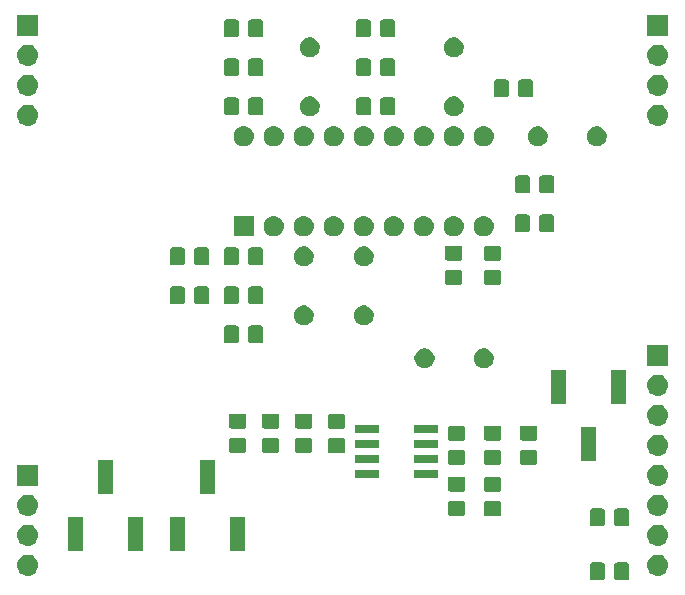
<source format=gts>
G04 #@! TF.GenerationSoftware,KiCad,Pcbnew,5.1.2-f72e74a~84~ubuntu18.04.1*
G04 #@! TF.CreationDate,2019-06-17T21:00:12-04:00*
G04 #@! TF.ProjectId,CEM3320_LPF_plug_in_board,43454d33-3332-4305-9f4c-50465f706c75,1*
G04 #@! TF.SameCoordinates,Original*
G04 #@! TF.FileFunction,Soldermask,Top*
G04 #@! TF.FilePolarity,Negative*
%FSLAX46Y46*%
G04 Gerber Fmt 4.6, Leading zero omitted, Abs format (unit mm)*
G04 Created by KiCad (PCBNEW 5.1.2-f72e74a~84~ubuntu18.04.1) date 2019-06-17 21:00:12*
%MOMM*%
%LPD*%
G04 APERTURE LIST*
%ADD10C,0.100000*%
G04 APERTURE END LIST*
D10*
G36*
X180295674Y-124221465D02*
G01*
X180333367Y-124232899D01*
X180368103Y-124251466D01*
X180398548Y-124276452D01*
X180423534Y-124306897D01*
X180442101Y-124341633D01*
X180453535Y-124379326D01*
X180458000Y-124424661D01*
X180458000Y-125511339D01*
X180453535Y-125556674D01*
X180442101Y-125594367D01*
X180423534Y-125629103D01*
X180398548Y-125659548D01*
X180368103Y-125684534D01*
X180333367Y-125703101D01*
X180295674Y-125714535D01*
X180250339Y-125719000D01*
X179413661Y-125719000D01*
X179368326Y-125714535D01*
X179330633Y-125703101D01*
X179295897Y-125684534D01*
X179265452Y-125659548D01*
X179240466Y-125629103D01*
X179221899Y-125594367D01*
X179210465Y-125556674D01*
X179206000Y-125511339D01*
X179206000Y-124424661D01*
X179210465Y-124379326D01*
X179221899Y-124341633D01*
X179240466Y-124306897D01*
X179265452Y-124276452D01*
X179295897Y-124251466D01*
X179330633Y-124232899D01*
X179368326Y-124221465D01*
X179413661Y-124217000D01*
X180250339Y-124217000D01*
X180295674Y-124221465D01*
X180295674Y-124221465D01*
G37*
G36*
X178245674Y-124221465D02*
G01*
X178283367Y-124232899D01*
X178318103Y-124251466D01*
X178348548Y-124276452D01*
X178373534Y-124306897D01*
X178392101Y-124341633D01*
X178403535Y-124379326D01*
X178408000Y-124424661D01*
X178408000Y-125511339D01*
X178403535Y-125556674D01*
X178392101Y-125594367D01*
X178373534Y-125629103D01*
X178348548Y-125659548D01*
X178318103Y-125684534D01*
X178283367Y-125703101D01*
X178245674Y-125714535D01*
X178200339Y-125719000D01*
X177363661Y-125719000D01*
X177318326Y-125714535D01*
X177280633Y-125703101D01*
X177245897Y-125684534D01*
X177215452Y-125659548D01*
X177190466Y-125629103D01*
X177171899Y-125594367D01*
X177160465Y-125556674D01*
X177156000Y-125511339D01*
X177156000Y-124424661D01*
X177160465Y-124379326D01*
X177171899Y-124341633D01*
X177190466Y-124306897D01*
X177215452Y-124276452D01*
X177245897Y-124251466D01*
X177280633Y-124232899D01*
X177318326Y-124221465D01*
X177363661Y-124217000D01*
X178200339Y-124217000D01*
X178245674Y-124221465D01*
X178245674Y-124221465D01*
G37*
G36*
X182990442Y-123565518D02*
G01*
X183056627Y-123572037D01*
X183226466Y-123623557D01*
X183382991Y-123707222D01*
X183418729Y-123736552D01*
X183520186Y-123819814D01*
X183603448Y-123921271D01*
X183632778Y-123957009D01*
X183716443Y-124113534D01*
X183767963Y-124283373D01*
X183785359Y-124460000D01*
X183767963Y-124636627D01*
X183716443Y-124806466D01*
X183632778Y-124962991D01*
X183603448Y-124998729D01*
X183520186Y-125100186D01*
X183418729Y-125183448D01*
X183382991Y-125212778D01*
X183226466Y-125296443D01*
X183056627Y-125347963D01*
X182990442Y-125354482D01*
X182924260Y-125361000D01*
X182835740Y-125361000D01*
X182769558Y-125354482D01*
X182703373Y-125347963D01*
X182533534Y-125296443D01*
X182377009Y-125212778D01*
X182341271Y-125183448D01*
X182239814Y-125100186D01*
X182156552Y-124998729D01*
X182127222Y-124962991D01*
X182043557Y-124806466D01*
X181992037Y-124636627D01*
X181974641Y-124460000D01*
X181992037Y-124283373D01*
X182043557Y-124113534D01*
X182127222Y-123957009D01*
X182156552Y-123921271D01*
X182239814Y-123819814D01*
X182341271Y-123736552D01*
X182377009Y-123707222D01*
X182533534Y-123623557D01*
X182703373Y-123572037D01*
X182769558Y-123565518D01*
X182835740Y-123559000D01*
X182924260Y-123559000D01*
X182990442Y-123565518D01*
X182990442Y-123565518D01*
G37*
G36*
X129650442Y-123565518D02*
G01*
X129716627Y-123572037D01*
X129886466Y-123623557D01*
X130042991Y-123707222D01*
X130078729Y-123736552D01*
X130180186Y-123819814D01*
X130263448Y-123921271D01*
X130292778Y-123957009D01*
X130376443Y-124113534D01*
X130427963Y-124283373D01*
X130445359Y-124460000D01*
X130427963Y-124636627D01*
X130376443Y-124806466D01*
X130292778Y-124962991D01*
X130263448Y-124998729D01*
X130180186Y-125100186D01*
X130078729Y-125183448D01*
X130042991Y-125212778D01*
X129886466Y-125296443D01*
X129716627Y-125347963D01*
X129650442Y-125354482D01*
X129584260Y-125361000D01*
X129495740Y-125361000D01*
X129429558Y-125354482D01*
X129363373Y-125347963D01*
X129193534Y-125296443D01*
X129037009Y-125212778D01*
X129001271Y-125183448D01*
X128899814Y-125100186D01*
X128816552Y-124998729D01*
X128787222Y-124962991D01*
X128703557Y-124806466D01*
X128652037Y-124636627D01*
X128634641Y-124460000D01*
X128652037Y-124283373D01*
X128703557Y-124113534D01*
X128787222Y-123957009D01*
X128816552Y-123921271D01*
X128899814Y-123819814D01*
X129001271Y-123736552D01*
X129037009Y-123707222D01*
X129193534Y-123623557D01*
X129363373Y-123572037D01*
X129429558Y-123565518D01*
X129495740Y-123559000D01*
X129584260Y-123559000D01*
X129650442Y-123565518D01*
X129650442Y-123565518D01*
G37*
G36*
X147966000Y-123241000D02*
G01*
X146674000Y-123241000D01*
X146674000Y-120349000D01*
X147966000Y-120349000D01*
X147966000Y-123241000D01*
X147966000Y-123241000D01*
G37*
G36*
X142886000Y-123241000D02*
G01*
X141594000Y-123241000D01*
X141594000Y-120349000D01*
X142886000Y-120349000D01*
X142886000Y-123241000D01*
X142886000Y-123241000D01*
G37*
G36*
X139330000Y-123241000D02*
G01*
X138038000Y-123241000D01*
X138038000Y-120349000D01*
X139330000Y-120349000D01*
X139330000Y-123241000D01*
X139330000Y-123241000D01*
G37*
G36*
X134250000Y-123241000D02*
G01*
X132958000Y-123241000D01*
X132958000Y-120349000D01*
X134250000Y-120349000D01*
X134250000Y-123241000D01*
X134250000Y-123241000D01*
G37*
G36*
X182990442Y-121025518D02*
G01*
X183056627Y-121032037D01*
X183226466Y-121083557D01*
X183382991Y-121167222D01*
X183418729Y-121196552D01*
X183520186Y-121279814D01*
X183603448Y-121381271D01*
X183632778Y-121417009D01*
X183716443Y-121573534D01*
X183767963Y-121743373D01*
X183785359Y-121920000D01*
X183767963Y-122096627D01*
X183716443Y-122266466D01*
X183632778Y-122422991D01*
X183603448Y-122458729D01*
X183520186Y-122560186D01*
X183418729Y-122643448D01*
X183382991Y-122672778D01*
X183226466Y-122756443D01*
X183056627Y-122807963D01*
X182990443Y-122814481D01*
X182924260Y-122821000D01*
X182835740Y-122821000D01*
X182769557Y-122814481D01*
X182703373Y-122807963D01*
X182533534Y-122756443D01*
X182377009Y-122672778D01*
X182341271Y-122643448D01*
X182239814Y-122560186D01*
X182156552Y-122458729D01*
X182127222Y-122422991D01*
X182043557Y-122266466D01*
X181992037Y-122096627D01*
X181974641Y-121920000D01*
X181992037Y-121743373D01*
X182043557Y-121573534D01*
X182127222Y-121417009D01*
X182156552Y-121381271D01*
X182239814Y-121279814D01*
X182341271Y-121196552D01*
X182377009Y-121167222D01*
X182533534Y-121083557D01*
X182703373Y-121032037D01*
X182769558Y-121025518D01*
X182835740Y-121019000D01*
X182924260Y-121019000D01*
X182990442Y-121025518D01*
X182990442Y-121025518D01*
G37*
G36*
X129650442Y-121025518D02*
G01*
X129716627Y-121032037D01*
X129886466Y-121083557D01*
X130042991Y-121167222D01*
X130078729Y-121196552D01*
X130180186Y-121279814D01*
X130263448Y-121381271D01*
X130292778Y-121417009D01*
X130376443Y-121573534D01*
X130427963Y-121743373D01*
X130445359Y-121920000D01*
X130427963Y-122096627D01*
X130376443Y-122266466D01*
X130292778Y-122422991D01*
X130263448Y-122458729D01*
X130180186Y-122560186D01*
X130078729Y-122643448D01*
X130042991Y-122672778D01*
X129886466Y-122756443D01*
X129716627Y-122807963D01*
X129650443Y-122814481D01*
X129584260Y-122821000D01*
X129495740Y-122821000D01*
X129429557Y-122814481D01*
X129363373Y-122807963D01*
X129193534Y-122756443D01*
X129037009Y-122672778D01*
X129001271Y-122643448D01*
X128899814Y-122560186D01*
X128816552Y-122458729D01*
X128787222Y-122422991D01*
X128703557Y-122266466D01*
X128652037Y-122096627D01*
X128634641Y-121920000D01*
X128652037Y-121743373D01*
X128703557Y-121573534D01*
X128787222Y-121417009D01*
X128816552Y-121381271D01*
X128899814Y-121279814D01*
X129001271Y-121196552D01*
X129037009Y-121167222D01*
X129193534Y-121083557D01*
X129363373Y-121032037D01*
X129429558Y-121025518D01*
X129495740Y-121019000D01*
X129584260Y-121019000D01*
X129650442Y-121025518D01*
X129650442Y-121025518D01*
G37*
G36*
X178245674Y-119649465D02*
G01*
X178283367Y-119660899D01*
X178318103Y-119679466D01*
X178348548Y-119704452D01*
X178373534Y-119734897D01*
X178392101Y-119769633D01*
X178403535Y-119807326D01*
X178408000Y-119852661D01*
X178408000Y-120939339D01*
X178403535Y-120984674D01*
X178392101Y-121022367D01*
X178373534Y-121057103D01*
X178348548Y-121087548D01*
X178318103Y-121112534D01*
X178283367Y-121131101D01*
X178245674Y-121142535D01*
X178200339Y-121147000D01*
X177363661Y-121147000D01*
X177318326Y-121142535D01*
X177280633Y-121131101D01*
X177245897Y-121112534D01*
X177215452Y-121087548D01*
X177190466Y-121057103D01*
X177171899Y-121022367D01*
X177160465Y-120984674D01*
X177156000Y-120939339D01*
X177156000Y-119852661D01*
X177160465Y-119807326D01*
X177171899Y-119769633D01*
X177190466Y-119734897D01*
X177215452Y-119704452D01*
X177245897Y-119679466D01*
X177280633Y-119660899D01*
X177318326Y-119649465D01*
X177363661Y-119645000D01*
X178200339Y-119645000D01*
X178245674Y-119649465D01*
X178245674Y-119649465D01*
G37*
G36*
X180295674Y-119649465D02*
G01*
X180333367Y-119660899D01*
X180368103Y-119679466D01*
X180398548Y-119704452D01*
X180423534Y-119734897D01*
X180442101Y-119769633D01*
X180453535Y-119807326D01*
X180458000Y-119852661D01*
X180458000Y-120939339D01*
X180453535Y-120984674D01*
X180442101Y-121022367D01*
X180423534Y-121057103D01*
X180398548Y-121087548D01*
X180368103Y-121112534D01*
X180333367Y-121131101D01*
X180295674Y-121142535D01*
X180250339Y-121147000D01*
X179413661Y-121147000D01*
X179368326Y-121142535D01*
X179330633Y-121131101D01*
X179295897Y-121112534D01*
X179265452Y-121087548D01*
X179240466Y-121057103D01*
X179221899Y-121022367D01*
X179210465Y-120984674D01*
X179206000Y-120939339D01*
X179206000Y-119852661D01*
X179210465Y-119807326D01*
X179221899Y-119769633D01*
X179240466Y-119734897D01*
X179265452Y-119704452D01*
X179295897Y-119679466D01*
X179330633Y-119660899D01*
X179368326Y-119649465D01*
X179413661Y-119645000D01*
X180250339Y-119645000D01*
X180295674Y-119649465D01*
X180295674Y-119649465D01*
G37*
G36*
X182990442Y-118485518D02*
G01*
X183056627Y-118492037D01*
X183226466Y-118543557D01*
X183382991Y-118627222D01*
X183418729Y-118656552D01*
X183520186Y-118739814D01*
X183603448Y-118841271D01*
X183632778Y-118877009D01*
X183632779Y-118877011D01*
X183715212Y-119031230D01*
X183716443Y-119033534D01*
X183767963Y-119203373D01*
X183785359Y-119380000D01*
X183767963Y-119556627D01*
X183716443Y-119726466D01*
X183632778Y-119882991D01*
X183604725Y-119917173D01*
X183520186Y-120020186D01*
X183459073Y-120070339D01*
X183382991Y-120132778D01*
X183382989Y-120132779D01*
X183230792Y-120214131D01*
X183226466Y-120216443D01*
X183056627Y-120267963D01*
X182990442Y-120274482D01*
X182924260Y-120281000D01*
X182835740Y-120281000D01*
X182769558Y-120274482D01*
X182703373Y-120267963D01*
X182533534Y-120216443D01*
X182529209Y-120214131D01*
X182377011Y-120132779D01*
X182377009Y-120132778D01*
X182300927Y-120070339D01*
X182239814Y-120020186D01*
X182155275Y-119917173D01*
X182127222Y-119882991D01*
X182043557Y-119726466D01*
X181992037Y-119556627D01*
X181974641Y-119380000D01*
X181992037Y-119203373D01*
X182043557Y-119033534D01*
X182044789Y-119031230D01*
X182127221Y-118877011D01*
X182127222Y-118877009D01*
X182156552Y-118841271D01*
X182239814Y-118739814D01*
X182341271Y-118656552D01*
X182377009Y-118627222D01*
X182533534Y-118543557D01*
X182703373Y-118492037D01*
X182769558Y-118485518D01*
X182835740Y-118479000D01*
X182924260Y-118479000D01*
X182990442Y-118485518D01*
X182990442Y-118485518D01*
G37*
G36*
X129650442Y-118485518D02*
G01*
X129716627Y-118492037D01*
X129886466Y-118543557D01*
X130042991Y-118627222D01*
X130078729Y-118656552D01*
X130180186Y-118739814D01*
X130263448Y-118841271D01*
X130292778Y-118877009D01*
X130292779Y-118877011D01*
X130375212Y-119031230D01*
X130376443Y-119033534D01*
X130427963Y-119203373D01*
X130445359Y-119380000D01*
X130427963Y-119556627D01*
X130376443Y-119726466D01*
X130292778Y-119882991D01*
X130264725Y-119917173D01*
X130180186Y-120020186D01*
X130119073Y-120070339D01*
X130042991Y-120132778D01*
X130042989Y-120132779D01*
X129890792Y-120214131D01*
X129886466Y-120216443D01*
X129716627Y-120267963D01*
X129650442Y-120274482D01*
X129584260Y-120281000D01*
X129495740Y-120281000D01*
X129429558Y-120274482D01*
X129363373Y-120267963D01*
X129193534Y-120216443D01*
X129189209Y-120214131D01*
X129037011Y-120132779D01*
X129037009Y-120132778D01*
X128960927Y-120070339D01*
X128899814Y-120020186D01*
X128815275Y-119917173D01*
X128787222Y-119882991D01*
X128703557Y-119726466D01*
X128652037Y-119556627D01*
X128634641Y-119380000D01*
X128652037Y-119203373D01*
X128703557Y-119033534D01*
X128704789Y-119031230D01*
X128787221Y-118877011D01*
X128787222Y-118877009D01*
X128816552Y-118841271D01*
X128899814Y-118739814D01*
X129001271Y-118656552D01*
X129037009Y-118627222D01*
X129193534Y-118543557D01*
X129363373Y-118492037D01*
X129429558Y-118485518D01*
X129495740Y-118479000D01*
X129584260Y-118479000D01*
X129650442Y-118485518D01*
X129650442Y-118485518D01*
G37*
G36*
X169498674Y-119030465D02*
G01*
X169536367Y-119041899D01*
X169571103Y-119060466D01*
X169601548Y-119085452D01*
X169626534Y-119115897D01*
X169645101Y-119150633D01*
X169656535Y-119188326D01*
X169661000Y-119233661D01*
X169661000Y-120070339D01*
X169656535Y-120115674D01*
X169645101Y-120153367D01*
X169626534Y-120188103D01*
X169601548Y-120218548D01*
X169571103Y-120243534D01*
X169536367Y-120262101D01*
X169498674Y-120273535D01*
X169453339Y-120278000D01*
X168366661Y-120278000D01*
X168321326Y-120273535D01*
X168283633Y-120262101D01*
X168248897Y-120243534D01*
X168218452Y-120218548D01*
X168193466Y-120188103D01*
X168174899Y-120153367D01*
X168163465Y-120115674D01*
X168159000Y-120070339D01*
X168159000Y-119233661D01*
X168163465Y-119188326D01*
X168174899Y-119150633D01*
X168193466Y-119115897D01*
X168218452Y-119085452D01*
X168248897Y-119060466D01*
X168283633Y-119041899D01*
X168321326Y-119030465D01*
X168366661Y-119026000D01*
X169453339Y-119026000D01*
X169498674Y-119030465D01*
X169498674Y-119030465D01*
G37*
G36*
X166450674Y-119012465D02*
G01*
X166488367Y-119023899D01*
X166523103Y-119042466D01*
X166553548Y-119067452D01*
X166578534Y-119097897D01*
X166597101Y-119132633D01*
X166608535Y-119170326D01*
X166613000Y-119215661D01*
X166613000Y-120052339D01*
X166608535Y-120097674D01*
X166597101Y-120135367D01*
X166578534Y-120170103D01*
X166553548Y-120200548D01*
X166523103Y-120225534D01*
X166488367Y-120244101D01*
X166450674Y-120255535D01*
X166405339Y-120260000D01*
X165318661Y-120260000D01*
X165273326Y-120255535D01*
X165235633Y-120244101D01*
X165200897Y-120225534D01*
X165170452Y-120200548D01*
X165145466Y-120170103D01*
X165126899Y-120135367D01*
X165115465Y-120097674D01*
X165111000Y-120052339D01*
X165111000Y-119215661D01*
X165115465Y-119170326D01*
X165126899Y-119132633D01*
X165145466Y-119097897D01*
X165170452Y-119067452D01*
X165200897Y-119042466D01*
X165235633Y-119023899D01*
X165273326Y-119012465D01*
X165318661Y-119008000D01*
X166405339Y-119008000D01*
X166450674Y-119012465D01*
X166450674Y-119012465D01*
G37*
G36*
X145426000Y-118411000D02*
G01*
X144134000Y-118411000D01*
X144134000Y-115519000D01*
X145426000Y-115519000D01*
X145426000Y-118411000D01*
X145426000Y-118411000D01*
G37*
G36*
X136790000Y-118411000D02*
G01*
X135498000Y-118411000D01*
X135498000Y-115519000D01*
X136790000Y-115519000D01*
X136790000Y-118411000D01*
X136790000Y-118411000D01*
G37*
G36*
X169498674Y-116980465D02*
G01*
X169536367Y-116991899D01*
X169571103Y-117010466D01*
X169601548Y-117035452D01*
X169626534Y-117065897D01*
X169645101Y-117100633D01*
X169656535Y-117138326D01*
X169661000Y-117183661D01*
X169661000Y-118020339D01*
X169656535Y-118065674D01*
X169645101Y-118103367D01*
X169626534Y-118138103D01*
X169601548Y-118168548D01*
X169571103Y-118193534D01*
X169536367Y-118212101D01*
X169498674Y-118223535D01*
X169453339Y-118228000D01*
X168366661Y-118228000D01*
X168321326Y-118223535D01*
X168283633Y-118212101D01*
X168248897Y-118193534D01*
X168218452Y-118168548D01*
X168193466Y-118138103D01*
X168174899Y-118103367D01*
X168163465Y-118065674D01*
X168159000Y-118020339D01*
X168159000Y-117183661D01*
X168163465Y-117138326D01*
X168174899Y-117100633D01*
X168193466Y-117065897D01*
X168218452Y-117035452D01*
X168248897Y-117010466D01*
X168283633Y-116991899D01*
X168321326Y-116980465D01*
X168366661Y-116976000D01*
X169453339Y-116976000D01*
X169498674Y-116980465D01*
X169498674Y-116980465D01*
G37*
G36*
X166450674Y-116962465D02*
G01*
X166488367Y-116973899D01*
X166523103Y-116992466D01*
X166553548Y-117017452D01*
X166578534Y-117047897D01*
X166597101Y-117082633D01*
X166608535Y-117120326D01*
X166613000Y-117165661D01*
X166613000Y-118002339D01*
X166608535Y-118047674D01*
X166597101Y-118085367D01*
X166578534Y-118120103D01*
X166553548Y-118150548D01*
X166523103Y-118175534D01*
X166488367Y-118194101D01*
X166450674Y-118205535D01*
X166405339Y-118210000D01*
X165318661Y-118210000D01*
X165273326Y-118205535D01*
X165235633Y-118194101D01*
X165200897Y-118175534D01*
X165170452Y-118150548D01*
X165145466Y-118120103D01*
X165126899Y-118085367D01*
X165115465Y-118047674D01*
X165111000Y-118002339D01*
X165111000Y-117165661D01*
X165115465Y-117120326D01*
X165126899Y-117082633D01*
X165145466Y-117047897D01*
X165170452Y-117017452D01*
X165200897Y-116992466D01*
X165235633Y-116973899D01*
X165273326Y-116962465D01*
X165318661Y-116958000D01*
X166405339Y-116958000D01*
X166450674Y-116962465D01*
X166450674Y-116962465D01*
G37*
G36*
X130441000Y-117741000D02*
G01*
X128639000Y-117741000D01*
X128639000Y-115939000D01*
X130441000Y-115939000D01*
X130441000Y-117741000D01*
X130441000Y-117741000D01*
G37*
G36*
X182990442Y-115945518D02*
G01*
X183056627Y-115952037D01*
X183226466Y-116003557D01*
X183382991Y-116087222D01*
X183418729Y-116116552D01*
X183520186Y-116199814D01*
X183603448Y-116301271D01*
X183632778Y-116337009D01*
X183716443Y-116493534D01*
X183767963Y-116663373D01*
X183785359Y-116840000D01*
X183767963Y-117016627D01*
X183716443Y-117186466D01*
X183632778Y-117342991D01*
X183603448Y-117378729D01*
X183520186Y-117480186D01*
X183418729Y-117563448D01*
X183382991Y-117592778D01*
X183226466Y-117676443D01*
X183056627Y-117727963D01*
X182990442Y-117734482D01*
X182924260Y-117741000D01*
X182835740Y-117741000D01*
X182769558Y-117734482D01*
X182703373Y-117727963D01*
X182533534Y-117676443D01*
X182377009Y-117592778D01*
X182341271Y-117563448D01*
X182239814Y-117480186D01*
X182156552Y-117378729D01*
X182127222Y-117342991D01*
X182043557Y-117186466D01*
X181992037Y-117016627D01*
X181974641Y-116840000D01*
X181992037Y-116663373D01*
X182043557Y-116493534D01*
X182127222Y-116337009D01*
X182156552Y-116301271D01*
X182239814Y-116199814D01*
X182341271Y-116116552D01*
X182377009Y-116087222D01*
X182533534Y-116003557D01*
X182703373Y-115952037D01*
X182769558Y-115945518D01*
X182835740Y-115939000D01*
X182924260Y-115939000D01*
X182990442Y-115945518D01*
X182990442Y-115945518D01*
G37*
G36*
X159241928Y-116364764D02*
G01*
X159263009Y-116371160D01*
X159282445Y-116381548D01*
X159299476Y-116395524D01*
X159313452Y-116412555D01*
X159323840Y-116431991D01*
X159330236Y-116453072D01*
X159333000Y-116481140D01*
X159333000Y-116944860D01*
X159330236Y-116972928D01*
X159323840Y-116994009D01*
X159313452Y-117013445D01*
X159299476Y-117030476D01*
X159282445Y-117044452D01*
X159263009Y-117054840D01*
X159241928Y-117061236D01*
X159213860Y-117064000D01*
X157400140Y-117064000D01*
X157372072Y-117061236D01*
X157350991Y-117054840D01*
X157331555Y-117044452D01*
X157314524Y-117030476D01*
X157300548Y-117013445D01*
X157290160Y-116994009D01*
X157283764Y-116972928D01*
X157281000Y-116944860D01*
X157281000Y-116481140D01*
X157283764Y-116453072D01*
X157290160Y-116431991D01*
X157300548Y-116412555D01*
X157314524Y-116395524D01*
X157331555Y-116381548D01*
X157350991Y-116371160D01*
X157372072Y-116364764D01*
X157400140Y-116362000D01*
X159213860Y-116362000D01*
X159241928Y-116364764D01*
X159241928Y-116364764D01*
G37*
G36*
X164191928Y-116364764D02*
G01*
X164213009Y-116371160D01*
X164232445Y-116381548D01*
X164249476Y-116395524D01*
X164263452Y-116412555D01*
X164273840Y-116431991D01*
X164280236Y-116453072D01*
X164283000Y-116481140D01*
X164283000Y-116944860D01*
X164280236Y-116972928D01*
X164273840Y-116994009D01*
X164263452Y-117013445D01*
X164249476Y-117030476D01*
X164232445Y-117044452D01*
X164213009Y-117054840D01*
X164191928Y-117061236D01*
X164163860Y-117064000D01*
X162350140Y-117064000D01*
X162322072Y-117061236D01*
X162300991Y-117054840D01*
X162281555Y-117044452D01*
X162264524Y-117030476D01*
X162250548Y-117013445D01*
X162240160Y-116994009D01*
X162233764Y-116972928D01*
X162231000Y-116944860D01*
X162231000Y-116481140D01*
X162233764Y-116453072D01*
X162240160Y-116431991D01*
X162250548Y-116412555D01*
X162264524Y-116395524D01*
X162281555Y-116381548D01*
X162300991Y-116371160D01*
X162322072Y-116364764D01*
X162350140Y-116362000D01*
X164163860Y-116362000D01*
X164191928Y-116364764D01*
X164191928Y-116364764D01*
G37*
G36*
X166450674Y-114703465D02*
G01*
X166488367Y-114714899D01*
X166523103Y-114733466D01*
X166553548Y-114758452D01*
X166578534Y-114788897D01*
X166597101Y-114823633D01*
X166608535Y-114861326D01*
X166613000Y-114906661D01*
X166613000Y-115743339D01*
X166608535Y-115788674D01*
X166597101Y-115826367D01*
X166578534Y-115861103D01*
X166553548Y-115891548D01*
X166523103Y-115916534D01*
X166488367Y-115935101D01*
X166450674Y-115946535D01*
X166405339Y-115951000D01*
X165318661Y-115951000D01*
X165273326Y-115946535D01*
X165235633Y-115935101D01*
X165200897Y-115916534D01*
X165170452Y-115891548D01*
X165145466Y-115861103D01*
X165126899Y-115826367D01*
X165115465Y-115788674D01*
X165111000Y-115743339D01*
X165111000Y-114906661D01*
X165115465Y-114861326D01*
X165126899Y-114823633D01*
X165145466Y-114788897D01*
X165170452Y-114758452D01*
X165200897Y-114733466D01*
X165235633Y-114714899D01*
X165273326Y-114703465D01*
X165318661Y-114699000D01*
X166405339Y-114699000D01*
X166450674Y-114703465D01*
X166450674Y-114703465D01*
G37*
G36*
X172546674Y-114694465D02*
G01*
X172584367Y-114705899D01*
X172619103Y-114724466D01*
X172649548Y-114749452D01*
X172674534Y-114779897D01*
X172693101Y-114814633D01*
X172704535Y-114852326D01*
X172709000Y-114897661D01*
X172709000Y-115734339D01*
X172704535Y-115779674D01*
X172693101Y-115817367D01*
X172674534Y-115852103D01*
X172649548Y-115882548D01*
X172619103Y-115907534D01*
X172584367Y-115926101D01*
X172546674Y-115937535D01*
X172501339Y-115942000D01*
X171414661Y-115942000D01*
X171369326Y-115937535D01*
X171331633Y-115926101D01*
X171296897Y-115907534D01*
X171266452Y-115882548D01*
X171241466Y-115852103D01*
X171222899Y-115817367D01*
X171211465Y-115779674D01*
X171207000Y-115734339D01*
X171207000Y-114897661D01*
X171211465Y-114852326D01*
X171222899Y-114814633D01*
X171241466Y-114779897D01*
X171266452Y-114749452D01*
X171296897Y-114724466D01*
X171331633Y-114705899D01*
X171369326Y-114694465D01*
X171414661Y-114690000D01*
X172501339Y-114690000D01*
X172546674Y-114694465D01*
X172546674Y-114694465D01*
G37*
G36*
X169498674Y-114694465D02*
G01*
X169536367Y-114705899D01*
X169571103Y-114724466D01*
X169601548Y-114749452D01*
X169626534Y-114779897D01*
X169645101Y-114814633D01*
X169656535Y-114852326D01*
X169661000Y-114897661D01*
X169661000Y-115734339D01*
X169656535Y-115779674D01*
X169645101Y-115817367D01*
X169626534Y-115852103D01*
X169601548Y-115882548D01*
X169571103Y-115907534D01*
X169536367Y-115926101D01*
X169498674Y-115937535D01*
X169453339Y-115942000D01*
X168366661Y-115942000D01*
X168321326Y-115937535D01*
X168283633Y-115926101D01*
X168248897Y-115907534D01*
X168218452Y-115882548D01*
X168193466Y-115852103D01*
X168174899Y-115817367D01*
X168163465Y-115779674D01*
X168159000Y-115734339D01*
X168159000Y-114897661D01*
X168163465Y-114852326D01*
X168174899Y-114814633D01*
X168193466Y-114779897D01*
X168218452Y-114749452D01*
X168248897Y-114724466D01*
X168283633Y-114705899D01*
X168321326Y-114694465D01*
X168366661Y-114690000D01*
X169453339Y-114690000D01*
X169498674Y-114694465D01*
X169498674Y-114694465D01*
G37*
G36*
X164191928Y-115094764D02*
G01*
X164213009Y-115101160D01*
X164232445Y-115111548D01*
X164249476Y-115125524D01*
X164263452Y-115142555D01*
X164273840Y-115161991D01*
X164280236Y-115183072D01*
X164283000Y-115211140D01*
X164283000Y-115674860D01*
X164280236Y-115702928D01*
X164273840Y-115724009D01*
X164263452Y-115743445D01*
X164249476Y-115760476D01*
X164232445Y-115774452D01*
X164213009Y-115784840D01*
X164191928Y-115791236D01*
X164163860Y-115794000D01*
X162350140Y-115794000D01*
X162322072Y-115791236D01*
X162300991Y-115784840D01*
X162281555Y-115774452D01*
X162264524Y-115760476D01*
X162250548Y-115743445D01*
X162240160Y-115724009D01*
X162233764Y-115702928D01*
X162231000Y-115674860D01*
X162231000Y-115211140D01*
X162233764Y-115183072D01*
X162240160Y-115161991D01*
X162250548Y-115142555D01*
X162264524Y-115125524D01*
X162281555Y-115111548D01*
X162300991Y-115101160D01*
X162322072Y-115094764D01*
X162350140Y-115092000D01*
X164163860Y-115092000D01*
X164191928Y-115094764D01*
X164191928Y-115094764D01*
G37*
G36*
X159241928Y-115094764D02*
G01*
X159263009Y-115101160D01*
X159282445Y-115111548D01*
X159299476Y-115125524D01*
X159313452Y-115142555D01*
X159323840Y-115161991D01*
X159330236Y-115183072D01*
X159333000Y-115211140D01*
X159333000Y-115674860D01*
X159330236Y-115702928D01*
X159323840Y-115724009D01*
X159313452Y-115743445D01*
X159299476Y-115760476D01*
X159282445Y-115774452D01*
X159263009Y-115784840D01*
X159241928Y-115791236D01*
X159213860Y-115794000D01*
X157400140Y-115794000D01*
X157372072Y-115791236D01*
X157350991Y-115784840D01*
X157331555Y-115774452D01*
X157314524Y-115760476D01*
X157300548Y-115743445D01*
X157290160Y-115724009D01*
X157283764Y-115702928D01*
X157281000Y-115674860D01*
X157281000Y-115211140D01*
X157283764Y-115183072D01*
X157290160Y-115161991D01*
X157300548Y-115142555D01*
X157314524Y-115125524D01*
X157331555Y-115111548D01*
X157350991Y-115101160D01*
X157372072Y-115094764D01*
X157400140Y-115092000D01*
X159213860Y-115092000D01*
X159241928Y-115094764D01*
X159241928Y-115094764D01*
G37*
G36*
X177684000Y-115621000D02*
G01*
X176392000Y-115621000D01*
X176392000Y-112729000D01*
X177684000Y-112729000D01*
X177684000Y-115621000D01*
X177684000Y-115621000D01*
G37*
G36*
X182990443Y-113405519D02*
G01*
X183056627Y-113412037D01*
X183226466Y-113463557D01*
X183382991Y-113547222D01*
X183418729Y-113576552D01*
X183520186Y-113659814D01*
X183595390Y-113751452D01*
X183632778Y-113797009D01*
X183716443Y-113953534D01*
X183767963Y-114123373D01*
X183785359Y-114300000D01*
X183767963Y-114476627D01*
X183716443Y-114646466D01*
X183632778Y-114802991D01*
X183615837Y-114823633D01*
X183520186Y-114940186D01*
X183418729Y-115023448D01*
X183382991Y-115052778D01*
X183226466Y-115136443D01*
X183056627Y-115187963D01*
X182990442Y-115194482D01*
X182924260Y-115201000D01*
X182835740Y-115201000D01*
X182769558Y-115194482D01*
X182703373Y-115187963D01*
X182533534Y-115136443D01*
X182377009Y-115052778D01*
X182341271Y-115023448D01*
X182239814Y-114940186D01*
X182144163Y-114823633D01*
X182127222Y-114802991D01*
X182043557Y-114646466D01*
X181992037Y-114476627D01*
X181974641Y-114300000D01*
X181992037Y-114123373D01*
X182043557Y-113953534D01*
X182127222Y-113797009D01*
X182164610Y-113751452D01*
X182239814Y-113659814D01*
X182341271Y-113576552D01*
X182377009Y-113547222D01*
X182533534Y-113463557D01*
X182703373Y-113412037D01*
X182769557Y-113405519D01*
X182835740Y-113399000D01*
X182924260Y-113399000D01*
X182990443Y-113405519D01*
X182990443Y-113405519D01*
G37*
G36*
X156290674Y-113696465D02*
G01*
X156328367Y-113707899D01*
X156363103Y-113726466D01*
X156393548Y-113751452D01*
X156418534Y-113781897D01*
X156437101Y-113816633D01*
X156448535Y-113854326D01*
X156453000Y-113899661D01*
X156453000Y-114736339D01*
X156448535Y-114781674D01*
X156437101Y-114819367D01*
X156418534Y-114854103D01*
X156393548Y-114884548D01*
X156363103Y-114909534D01*
X156328367Y-114928101D01*
X156290674Y-114939535D01*
X156245339Y-114944000D01*
X155158661Y-114944000D01*
X155113326Y-114939535D01*
X155075633Y-114928101D01*
X155040897Y-114909534D01*
X155010452Y-114884548D01*
X154985466Y-114854103D01*
X154966899Y-114819367D01*
X154955465Y-114781674D01*
X154951000Y-114736339D01*
X154951000Y-113899661D01*
X154955465Y-113854326D01*
X154966899Y-113816633D01*
X154985466Y-113781897D01*
X155010452Y-113751452D01*
X155040897Y-113726466D01*
X155075633Y-113707899D01*
X155113326Y-113696465D01*
X155158661Y-113692000D01*
X156245339Y-113692000D01*
X156290674Y-113696465D01*
X156290674Y-113696465D01*
G37*
G36*
X150702674Y-113678465D02*
G01*
X150740367Y-113689899D01*
X150775103Y-113708466D01*
X150805548Y-113733452D01*
X150830534Y-113763897D01*
X150849101Y-113798633D01*
X150860535Y-113836326D01*
X150865000Y-113881661D01*
X150865000Y-114718339D01*
X150860535Y-114763674D01*
X150849101Y-114801367D01*
X150830534Y-114836103D01*
X150805548Y-114866548D01*
X150775103Y-114891534D01*
X150740367Y-114910101D01*
X150702674Y-114921535D01*
X150657339Y-114926000D01*
X149570661Y-114926000D01*
X149525326Y-114921535D01*
X149487633Y-114910101D01*
X149452897Y-114891534D01*
X149422452Y-114866548D01*
X149397466Y-114836103D01*
X149378899Y-114801367D01*
X149367465Y-114763674D01*
X149363000Y-114718339D01*
X149363000Y-113881661D01*
X149367465Y-113836326D01*
X149378899Y-113798633D01*
X149397466Y-113763897D01*
X149422452Y-113733452D01*
X149452897Y-113708466D01*
X149487633Y-113689899D01*
X149525326Y-113678465D01*
X149570661Y-113674000D01*
X150657339Y-113674000D01*
X150702674Y-113678465D01*
X150702674Y-113678465D01*
G37*
G36*
X147908674Y-113678465D02*
G01*
X147946367Y-113689899D01*
X147981103Y-113708466D01*
X148011548Y-113733452D01*
X148036534Y-113763897D01*
X148055101Y-113798633D01*
X148066535Y-113836326D01*
X148071000Y-113881661D01*
X148071000Y-114718339D01*
X148066535Y-114763674D01*
X148055101Y-114801367D01*
X148036534Y-114836103D01*
X148011548Y-114866548D01*
X147981103Y-114891534D01*
X147946367Y-114910101D01*
X147908674Y-114921535D01*
X147863339Y-114926000D01*
X146776661Y-114926000D01*
X146731326Y-114921535D01*
X146693633Y-114910101D01*
X146658897Y-114891534D01*
X146628452Y-114866548D01*
X146603466Y-114836103D01*
X146584899Y-114801367D01*
X146573465Y-114763674D01*
X146569000Y-114718339D01*
X146569000Y-113881661D01*
X146573465Y-113836326D01*
X146584899Y-113798633D01*
X146603466Y-113763897D01*
X146628452Y-113733452D01*
X146658897Y-113708466D01*
X146693633Y-113689899D01*
X146731326Y-113678465D01*
X146776661Y-113674000D01*
X147863339Y-113674000D01*
X147908674Y-113678465D01*
X147908674Y-113678465D01*
G37*
G36*
X153496674Y-113678465D02*
G01*
X153534367Y-113689899D01*
X153569103Y-113708466D01*
X153599548Y-113733452D01*
X153624534Y-113763897D01*
X153643101Y-113798633D01*
X153654535Y-113836326D01*
X153659000Y-113881661D01*
X153659000Y-114718339D01*
X153654535Y-114763674D01*
X153643101Y-114801367D01*
X153624534Y-114836103D01*
X153599548Y-114866548D01*
X153569103Y-114891534D01*
X153534367Y-114910101D01*
X153496674Y-114921535D01*
X153451339Y-114926000D01*
X152364661Y-114926000D01*
X152319326Y-114921535D01*
X152281633Y-114910101D01*
X152246897Y-114891534D01*
X152216452Y-114866548D01*
X152191466Y-114836103D01*
X152172899Y-114801367D01*
X152161465Y-114763674D01*
X152157000Y-114718339D01*
X152157000Y-113881661D01*
X152161465Y-113836326D01*
X152172899Y-113798633D01*
X152191466Y-113763897D01*
X152216452Y-113733452D01*
X152246897Y-113708466D01*
X152281633Y-113689899D01*
X152319326Y-113678465D01*
X152364661Y-113674000D01*
X153451339Y-113674000D01*
X153496674Y-113678465D01*
X153496674Y-113678465D01*
G37*
G36*
X159241928Y-113824764D02*
G01*
X159263009Y-113831160D01*
X159282445Y-113841548D01*
X159299476Y-113855524D01*
X159313452Y-113872555D01*
X159323840Y-113891991D01*
X159330236Y-113913072D01*
X159333000Y-113941140D01*
X159333000Y-114404860D01*
X159330236Y-114432928D01*
X159323840Y-114454009D01*
X159313452Y-114473445D01*
X159299476Y-114490476D01*
X159282445Y-114504452D01*
X159263009Y-114514840D01*
X159241928Y-114521236D01*
X159213860Y-114524000D01*
X157400140Y-114524000D01*
X157372072Y-114521236D01*
X157350991Y-114514840D01*
X157331555Y-114504452D01*
X157314524Y-114490476D01*
X157300548Y-114473445D01*
X157290160Y-114454009D01*
X157283764Y-114432928D01*
X157281000Y-114404860D01*
X157281000Y-113941140D01*
X157283764Y-113913072D01*
X157290160Y-113891991D01*
X157300548Y-113872555D01*
X157314524Y-113855524D01*
X157331555Y-113841548D01*
X157350991Y-113831160D01*
X157372072Y-113824764D01*
X157400140Y-113822000D01*
X159213860Y-113822000D01*
X159241928Y-113824764D01*
X159241928Y-113824764D01*
G37*
G36*
X164191928Y-113824764D02*
G01*
X164213009Y-113831160D01*
X164232445Y-113841548D01*
X164249476Y-113855524D01*
X164263452Y-113872555D01*
X164273840Y-113891991D01*
X164280236Y-113913072D01*
X164283000Y-113941140D01*
X164283000Y-114404860D01*
X164280236Y-114432928D01*
X164273840Y-114454009D01*
X164263452Y-114473445D01*
X164249476Y-114490476D01*
X164232445Y-114504452D01*
X164213009Y-114514840D01*
X164191928Y-114521236D01*
X164163860Y-114524000D01*
X162350140Y-114524000D01*
X162322072Y-114521236D01*
X162300991Y-114514840D01*
X162281555Y-114504452D01*
X162264524Y-114490476D01*
X162250548Y-114473445D01*
X162240160Y-114454009D01*
X162233764Y-114432928D01*
X162231000Y-114404860D01*
X162231000Y-113941140D01*
X162233764Y-113913072D01*
X162240160Y-113891991D01*
X162250548Y-113872555D01*
X162264524Y-113855524D01*
X162281555Y-113841548D01*
X162300991Y-113831160D01*
X162322072Y-113824764D01*
X162350140Y-113822000D01*
X164163860Y-113822000D01*
X164191928Y-113824764D01*
X164191928Y-113824764D01*
G37*
G36*
X166450674Y-112653465D02*
G01*
X166488367Y-112664899D01*
X166523103Y-112683466D01*
X166553548Y-112708452D01*
X166578534Y-112738897D01*
X166597101Y-112773633D01*
X166608535Y-112811326D01*
X166613000Y-112856661D01*
X166613000Y-113693339D01*
X166608535Y-113738674D01*
X166597101Y-113776367D01*
X166578534Y-113811103D01*
X166553548Y-113841548D01*
X166523103Y-113866534D01*
X166488367Y-113885101D01*
X166450674Y-113896535D01*
X166405339Y-113901000D01*
X165318661Y-113901000D01*
X165273326Y-113896535D01*
X165235633Y-113885101D01*
X165200897Y-113866534D01*
X165170452Y-113841548D01*
X165145466Y-113811103D01*
X165126899Y-113776367D01*
X165115465Y-113738674D01*
X165111000Y-113693339D01*
X165111000Y-112856661D01*
X165115465Y-112811326D01*
X165126899Y-112773633D01*
X165145466Y-112738897D01*
X165170452Y-112708452D01*
X165200897Y-112683466D01*
X165235633Y-112664899D01*
X165273326Y-112653465D01*
X165318661Y-112649000D01*
X166405339Y-112649000D01*
X166450674Y-112653465D01*
X166450674Y-112653465D01*
G37*
G36*
X172546674Y-112644465D02*
G01*
X172584367Y-112655899D01*
X172619103Y-112674466D01*
X172649548Y-112699452D01*
X172674534Y-112729897D01*
X172693101Y-112764633D01*
X172704535Y-112802326D01*
X172709000Y-112847661D01*
X172709000Y-113684339D01*
X172704535Y-113729674D01*
X172693101Y-113767367D01*
X172674534Y-113802103D01*
X172649548Y-113832548D01*
X172619103Y-113857534D01*
X172584367Y-113876101D01*
X172546674Y-113887535D01*
X172501339Y-113892000D01*
X171414661Y-113892000D01*
X171369326Y-113887535D01*
X171331633Y-113876101D01*
X171296897Y-113857534D01*
X171266452Y-113832548D01*
X171241466Y-113802103D01*
X171222899Y-113767367D01*
X171211465Y-113729674D01*
X171207000Y-113684339D01*
X171207000Y-112847661D01*
X171211465Y-112802326D01*
X171222899Y-112764633D01*
X171241466Y-112729897D01*
X171266452Y-112699452D01*
X171296897Y-112674466D01*
X171331633Y-112655899D01*
X171369326Y-112644465D01*
X171414661Y-112640000D01*
X172501339Y-112640000D01*
X172546674Y-112644465D01*
X172546674Y-112644465D01*
G37*
G36*
X169498674Y-112644465D02*
G01*
X169536367Y-112655899D01*
X169571103Y-112674466D01*
X169601548Y-112699452D01*
X169626534Y-112729897D01*
X169645101Y-112764633D01*
X169656535Y-112802326D01*
X169661000Y-112847661D01*
X169661000Y-113684339D01*
X169656535Y-113729674D01*
X169645101Y-113767367D01*
X169626534Y-113802103D01*
X169601548Y-113832548D01*
X169571103Y-113857534D01*
X169536367Y-113876101D01*
X169498674Y-113887535D01*
X169453339Y-113892000D01*
X168366661Y-113892000D01*
X168321326Y-113887535D01*
X168283633Y-113876101D01*
X168248897Y-113857534D01*
X168218452Y-113832548D01*
X168193466Y-113802103D01*
X168174899Y-113767367D01*
X168163465Y-113729674D01*
X168159000Y-113684339D01*
X168159000Y-112847661D01*
X168163465Y-112802326D01*
X168174899Y-112764633D01*
X168193466Y-112729897D01*
X168218452Y-112699452D01*
X168248897Y-112674466D01*
X168283633Y-112655899D01*
X168321326Y-112644465D01*
X168366661Y-112640000D01*
X169453339Y-112640000D01*
X169498674Y-112644465D01*
X169498674Y-112644465D01*
G37*
G36*
X164191928Y-112554764D02*
G01*
X164213009Y-112561160D01*
X164232445Y-112571548D01*
X164249476Y-112585524D01*
X164263452Y-112602555D01*
X164273840Y-112621991D01*
X164280236Y-112643072D01*
X164283000Y-112671140D01*
X164283000Y-113134860D01*
X164280236Y-113162928D01*
X164273840Y-113184009D01*
X164263452Y-113203445D01*
X164249476Y-113220476D01*
X164232445Y-113234452D01*
X164213009Y-113244840D01*
X164191928Y-113251236D01*
X164163860Y-113254000D01*
X162350140Y-113254000D01*
X162322072Y-113251236D01*
X162300991Y-113244840D01*
X162281555Y-113234452D01*
X162264524Y-113220476D01*
X162250548Y-113203445D01*
X162240160Y-113184009D01*
X162233764Y-113162928D01*
X162231000Y-113134860D01*
X162231000Y-112671140D01*
X162233764Y-112643072D01*
X162240160Y-112621991D01*
X162250548Y-112602555D01*
X162264524Y-112585524D01*
X162281555Y-112571548D01*
X162300991Y-112561160D01*
X162322072Y-112554764D01*
X162350140Y-112552000D01*
X164163860Y-112552000D01*
X164191928Y-112554764D01*
X164191928Y-112554764D01*
G37*
G36*
X159241928Y-112554764D02*
G01*
X159263009Y-112561160D01*
X159282445Y-112571548D01*
X159299476Y-112585524D01*
X159313452Y-112602555D01*
X159323840Y-112621991D01*
X159330236Y-112643072D01*
X159333000Y-112671140D01*
X159333000Y-113134860D01*
X159330236Y-113162928D01*
X159323840Y-113184009D01*
X159313452Y-113203445D01*
X159299476Y-113220476D01*
X159282445Y-113234452D01*
X159263009Y-113244840D01*
X159241928Y-113251236D01*
X159213860Y-113254000D01*
X157400140Y-113254000D01*
X157372072Y-113251236D01*
X157350991Y-113244840D01*
X157331555Y-113234452D01*
X157314524Y-113220476D01*
X157300548Y-113203445D01*
X157290160Y-113184009D01*
X157283764Y-113162928D01*
X157281000Y-113134860D01*
X157281000Y-112671140D01*
X157283764Y-112643072D01*
X157290160Y-112621991D01*
X157300548Y-112602555D01*
X157314524Y-112585524D01*
X157331555Y-112571548D01*
X157350991Y-112561160D01*
X157372072Y-112554764D01*
X157400140Y-112552000D01*
X159213860Y-112552000D01*
X159241928Y-112554764D01*
X159241928Y-112554764D01*
G37*
G36*
X156290674Y-111646465D02*
G01*
X156328367Y-111657899D01*
X156363103Y-111676466D01*
X156393548Y-111701452D01*
X156418534Y-111731897D01*
X156437101Y-111766633D01*
X156448535Y-111804326D01*
X156453000Y-111849661D01*
X156453000Y-112686339D01*
X156448535Y-112731674D01*
X156437101Y-112769367D01*
X156418534Y-112804103D01*
X156393548Y-112834548D01*
X156363103Y-112859534D01*
X156328367Y-112878101D01*
X156290674Y-112889535D01*
X156245339Y-112894000D01*
X155158661Y-112894000D01*
X155113326Y-112889535D01*
X155075633Y-112878101D01*
X155040897Y-112859534D01*
X155010452Y-112834548D01*
X154985466Y-112804103D01*
X154966899Y-112769367D01*
X154955465Y-112731674D01*
X154951000Y-112686339D01*
X154951000Y-111849661D01*
X154955465Y-111804326D01*
X154966899Y-111766633D01*
X154985466Y-111731897D01*
X155010452Y-111701452D01*
X155040897Y-111676466D01*
X155075633Y-111657899D01*
X155113326Y-111646465D01*
X155158661Y-111642000D01*
X156245339Y-111642000D01*
X156290674Y-111646465D01*
X156290674Y-111646465D01*
G37*
G36*
X150702674Y-111628465D02*
G01*
X150740367Y-111639899D01*
X150775103Y-111658466D01*
X150805548Y-111683452D01*
X150830534Y-111713897D01*
X150849101Y-111748633D01*
X150860535Y-111786326D01*
X150865000Y-111831661D01*
X150865000Y-112668339D01*
X150860535Y-112713674D01*
X150849101Y-112751367D01*
X150830534Y-112786103D01*
X150805548Y-112816548D01*
X150775103Y-112841534D01*
X150740367Y-112860101D01*
X150702674Y-112871535D01*
X150657339Y-112876000D01*
X149570661Y-112876000D01*
X149525326Y-112871535D01*
X149487633Y-112860101D01*
X149452897Y-112841534D01*
X149422452Y-112816548D01*
X149397466Y-112786103D01*
X149378899Y-112751367D01*
X149367465Y-112713674D01*
X149363000Y-112668339D01*
X149363000Y-111831661D01*
X149367465Y-111786326D01*
X149378899Y-111748633D01*
X149397466Y-111713897D01*
X149422452Y-111683452D01*
X149452897Y-111658466D01*
X149487633Y-111639899D01*
X149525326Y-111628465D01*
X149570661Y-111624000D01*
X150657339Y-111624000D01*
X150702674Y-111628465D01*
X150702674Y-111628465D01*
G37*
G36*
X153496674Y-111628465D02*
G01*
X153534367Y-111639899D01*
X153569103Y-111658466D01*
X153599548Y-111683452D01*
X153624534Y-111713897D01*
X153643101Y-111748633D01*
X153654535Y-111786326D01*
X153659000Y-111831661D01*
X153659000Y-112668339D01*
X153654535Y-112713674D01*
X153643101Y-112751367D01*
X153624534Y-112786103D01*
X153599548Y-112816548D01*
X153569103Y-112841534D01*
X153534367Y-112860101D01*
X153496674Y-112871535D01*
X153451339Y-112876000D01*
X152364661Y-112876000D01*
X152319326Y-112871535D01*
X152281633Y-112860101D01*
X152246897Y-112841534D01*
X152216452Y-112816548D01*
X152191466Y-112786103D01*
X152172899Y-112751367D01*
X152161465Y-112713674D01*
X152157000Y-112668339D01*
X152157000Y-111831661D01*
X152161465Y-111786326D01*
X152172899Y-111748633D01*
X152191466Y-111713897D01*
X152216452Y-111683452D01*
X152246897Y-111658466D01*
X152281633Y-111639899D01*
X152319326Y-111628465D01*
X152364661Y-111624000D01*
X153451339Y-111624000D01*
X153496674Y-111628465D01*
X153496674Y-111628465D01*
G37*
G36*
X147908674Y-111628465D02*
G01*
X147946367Y-111639899D01*
X147981103Y-111658466D01*
X148011548Y-111683452D01*
X148036534Y-111713897D01*
X148055101Y-111748633D01*
X148066535Y-111786326D01*
X148071000Y-111831661D01*
X148071000Y-112668339D01*
X148066535Y-112713674D01*
X148055101Y-112751367D01*
X148036534Y-112786103D01*
X148011548Y-112816548D01*
X147981103Y-112841534D01*
X147946367Y-112860101D01*
X147908674Y-112871535D01*
X147863339Y-112876000D01*
X146776661Y-112876000D01*
X146731326Y-112871535D01*
X146693633Y-112860101D01*
X146658897Y-112841534D01*
X146628452Y-112816548D01*
X146603466Y-112786103D01*
X146584899Y-112751367D01*
X146573465Y-112713674D01*
X146569000Y-112668339D01*
X146569000Y-111831661D01*
X146573465Y-111786326D01*
X146584899Y-111748633D01*
X146603466Y-111713897D01*
X146628452Y-111683452D01*
X146658897Y-111658466D01*
X146693633Y-111639899D01*
X146731326Y-111628465D01*
X146776661Y-111624000D01*
X147863339Y-111624000D01*
X147908674Y-111628465D01*
X147908674Y-111628465D01*
G37*
G36*
X182990442Y-110865518D02*
G01*
X183056627Y-110872037D01*
X183226466Y-110923557D01*
X183382991Y-111007222D01*
X183418729Y-111036552D01*
X183520186Y-111119814D01*
X183603448Y-111221271D01*
X183632778Y-111257009D01*
X183716443Y-111413534D01*
X183767963Y-111583373D01*
X183785359Y-111760000D01*
X183767963Y-111936627D01*
X183716443Y-112106466D01*
X183632778Y-112262991D01*
X183603448Y-112298729D01*
X183520186Y-112400186D01*
X183418729Y-112483448D01*
X183382991Y-112512778D01*
X183226466Y-112596443D01*
X183056627Y-112647963D01*
X183000763Y-112653465D01*
X182924260Y-112661000D01*
X182835740Y-112661000D01*
X182759237Y-112653465D01*
X182703373Y-112647963D01*
X182533534Y-112596443D01*
X182377009Y-112512778D01*
X182341271Y-112483448D01*
X182239814Y-112400186D01*
X182156552Y-112298729D01*
X182127222Y-112262991D01*
X182043557Y-112106466D01*
X181992037Y-111936627D01*
X181974641Y-111760000D01*
X181992037Y-111583373D01*
X182043557Y-111413534D01*
X182127222Y-111257009D01*
X182156552Y-111221271D01*
X182239814Y-111119814D01*
X182341271Y-111036552D01*
X182377009Y-111007222D01*
X182533534Y-110923557D01*
X182703373Y-110872037D01*
X182769558Y-110865518D01*
X182835740Y-110859000D01*
X182924260Y-110859000D01*
X182990442Y-110865518D01*
X182990442Y-110865518D01*
G37*
G36*
X175144000Y-110791000D02*
G01*
X173852000Y-110791000D01*
X173852000Y-107899000D01*
X175144000Y-107899000D01*
X175144000Y-110791000D01*
X175144000Y-110791000D01*
G37*
G36*
X180224000Y-110791000D02*
G01*
X178932000Y-110791000D01*
X178932000Y-107899000D01*
X180224000Y-107899000D01*
X180224000Y-110791000D01*
X180224000Y-110791000D01*
G37*
G36*
X182990443Y-108325519D02*
G01*
X183056627Y-108332037D01*
X183226466Y-108383557D01*
X183382991Y-108467222D01*
X183418729Y-108496552D01*
X183520186Y-108579814D01*
X183603448Y-108681271D01*
X183632778Y-108717009D01*
X183716443Y-108873534D01*
X183767963Y-109043373D01*
X183785359Y-109220000D01*
X183767963Y-109396627D01*
X183716443Y-109566466D01*
X183632778Y-109722991D01*
X183603448Y-109758729D01*
X183520186Y-109860186D01*
X183418729Y-109943448D01*
X183382991Y-109972778D01*
X183226466Y-110056443D01*
X183056627Y-110107963D01*
X182990443Y-110114481D01*
X182924260Y-110121000D01*
X182835740Y-110121000D01*
X182769557Y-110114481D01*
X182703373Y-110107963D01*
X182533534Y-110056443D01*
X182377009Y-109972778D01*
X182341271Y-109943448D01*
X182239814Y-109860186D01*
X182156552Y-109758729D01*
X182127222Y-109722991D01*
X182043557Y-109566466D01*
X181992037Y-109396627D01*
X181974641Y-109220000D01*
X181992037Y-109043373D01*
X182043557Y-108873534D01*
X182127222Y-108717009D01*
X182156552Y-108681271D01*
X182239814Y-108579814D01*
X182341271Y-108496552D01*
X182377009Y-108467222D01*
X182533534Y-108383557D01*
X182703373Y-108332037D01*
X182769557Y-108325519D01*
X182835740Y-108319000D01*
X182924260Y-108319000D01*
X182990443Y-108325519D01*
X182990443Y-108325519D01*
G37*
G36*
X168396228Y-106115703D02*
G01*
X168551100Y-106179853D01*
X168690481Y-106272985D01*
X168809015Y-106391519D01*
X168902147Y-106530900D01*
X168966297Y-106685772D01*
X168999000Y-106850184D01*
X168999000Y-107017816D01*
X168966297Y-107182228D01*
X168902147Y-107337100D01*
X168809015Y-107476481D01*
X168690481Y-107595015D01*
X168551100Y-107688147D01*
X168396228Y-107752297D01*
X168231816Y-107785000D01*
X168064184Y-107785000D01*
X167899772Y-107752297D01*
X167744900Y-107688147D01*
X167605519Y-107595015D01*
X167486985Y-107476481D01*
X167393853Y-107337100D01*
X167329703Y-107182228D01*
X167297000Y-107017816D01*
X167297000Y-106850184D01*
X167329703Y-106685772D01*
X167393853Y-106530900D01*
X167486985Y-106391519D01*
X167605519Y-106272985D01*
X167744900Y-106179853D01*
X167899772Y-106115703D01*
X168064184Y-106083000D01*
X168231816Y-106083000D01*
X168396228Y-106115703D01*
X168396228Y-106115703D01*
G37*
G36*
X163396228Y-106115703D02*
G01*
X163551100Y-106179853D01*
X163690481Y-106272985D01*
X163809015Y-106391519D01*
X163902147Y-106530900D01*
X163966297Y-106685772D01*
X163999000Y-106850184D01*
X163999000Y-107017816D01*
X163966297Y-107182228D01*
X163902147Y-107337100D01*
X163809015Y-107476481D01*
X163690481Y-107595015D01*
X163551100Y-107688147D01*
X163396228Y-107752297D01*
X163231816Y-107785000D01*
X163064184Y-107785000D01*
X162899772Y-107752297D01*
X162744900Y-107688147D01*
X162605519Y-107595015D01*
X162486985Y-107476481D01*
X162393853Y-107337100D01*
X162329703Y-107182228D01*
X162297000Y-107017816D01*
X162297000Y-106850184D01*
X162329703Y-106685772D01*
X162393853Y-106530900D01*
X162486985Y-106391519D01*
X162605519Y-106272985D01*
X162744900Y-106179853D01*
X162899772Y-106115703D01*
X163064184Y-106083000D01*
X163231816Y-106083000D01*
X163396228Y-106115703D01*
X163396228Y-106115703D01*
G37*
G36*
X183781000Y-107581000D02*
G01*
X181979000Y-107581000D01*
X181979000Y-105779000D01*
X183781000Y-105779000D01*
X183781000Y-107581000D01*
X183781000Y-107581000D01*
G37*
G36*
X147257674Y-104155465D02*
G01*
X147295367Y-104166899D01*
X147330103Y-104185466D01*
X147360548Y-104210452D01*
X147385534Y-104240897D01*
X147404101Y-104275633D01*
X147415535Y-104313326D01*
X147420000Y-104358661D01*
X147420000Y-105445339D01*
X147415535Y-105490674D01*
X147404101Y-105528367D01*
X147385534Y-105563103D01*
X147360548Y-105593548D01*
X147330103Y-105618534D01*
X147295367Y-105637101D01*
X147257674Y-105648535D01*
X147212339Y-105653000D01*
X146375661Y-105653000D01*
X146330326Y-105648535D01*
X146292633Y-105637101D01*
X146257897Y-105618534D01*
X146227452Y-105593548D01*
X146202466Y-105563103D01*
X146183899Y-105528367D01*
X146172465Y-105490674D01*
X146168000Y-105445339D01*
X146168000Y-104358661D01*
X146172465Y-104313326D01*
X146183899Y-104275633D01*
X146202466Y-104240897D01*
X146227452Y-104210452D01*
X146257897Y-104185466D01*
X146292633Y-104166899D01*
X146330326Y-104155465D01*
X146375661Y-104151000D01*
X147212339Y-104151000D01*
X147257674Y-104155465D01*
X147257674Y-104155465D01*
G37*
G36*
X149307674Y-104155465D02*
G01*
X149345367Y-104166899D01*
X149380103Y-104185466D01*
X149410548Y-104210452D01*
X149435534Y-104240897D01*
X149454101Y-104275633D01*
X149465535Y-104313326D01*
X149470000Y-104358661D01*
X149470000Y-105445339D01*
X149465535Y-105490674D01*
X149454101Y-105528367D01*
X149435534Y-105563103D01*
X149410548Y-105593548D01*
X149380103Y-105618534D01*
X149345367Y-105637101D01*
X149307674Y-105648535D01*
X149262339Y-105653000D01*
X148425661Y-105653000D01*
X148380326Y-105648535D01*
X148342633Y-105637101D01*
X148307897Y-105618534D01*
X148277452Y-105593548D01*
X148252466Y-105563103D01*
X148233899Y-105528367D01*
X148222465Y-105490674D01*
X148218000Y-105445339D01*
X148218000Y-104358661D01*
X148222465Y-104313326D01*
X148233899Y-104275633D01*
X148252466Y-104240897D01*
X148277452Y-104210452D01*
X148307897Y-104185466D01*
X148342633Y-104166899D01*
X148380326Y-104155465D01*
X148425661Y-104151000D01*
X149262339Y-104151000D01*
X149307674Y-104155465D01*
X149307674Y-104155465D01*
G37*
G36*
X153156228Y-102479703D02*
G01*
X153311100Y-102543853D01*
X153450481Y-102636985D01*
X153569015Y-102755519D01*
X153662147Y-102894900D01*
X153726297Y-103049772D01*
X153759000Y-103214184D01*
X153759000Y-103381816D01*
X153726297Y-103546228D01*
X153662147Y-103701100D01*
X153569015Y-103840481D01*
X153450481Y-103959015D01*
X153311100Y-104052147D01*
X153156228Y-104116297D01*
X152991816Y-104149000D01*
X152824184Y-104149000D01*
X152659772Y-104116297D01*
X152504900Y-104052147D01*
X152365519Y-103959015D01*
X152246985Y-103840481D01*
X152153853Y-103701100D01*
X152089703Y-103546228D01*
X152057000Y-103381816D01*
X152057000Y-103214184D01*
X152089703Y-103049772D01*
X152153853Y-102894900D01*
X152246985Y-102755519D01*
X152365519Y-102636985D01*
X152504900Y-102543853D01*
X152659772Y-102479703D01*
X152824184Y-102447000D01*
X152991816Y-102447000D01*
X153156228Y-102479703D01*
X153156228Y-102479703D01*
G37*
G36*
X158236228Y-102479703D02*
G01*
X158391100Y-102543853D01*
X158530481Y-102636985D01*
X158649015Y-102755519D01*
X158742147Y-102894900D01*
X158806297Y-103049772D01*
X158839000Y-103214184D01*
X158839000Y-103381816D01*
X158806297Y-103546228D01*
X158742147Y-103701100D01*
X158649015Y-103840481D01*
X158530481Y-103959015D01*
X158391100Y-104052147D01*
X158236228Y-104116297D01*
X158071816Y-104149000D01*
X157904184Y-104149000D01*
X157739772Y-104116297D01*
X157584900Y-104052147D01*
X157445519Y-103959015D01*
X157326985Y-103840481D01*
X157233853Y-103701100D01*
X157169703Y-103546228D01*
X157137000Y-103381816D01*
X157137000Y-103214184D01*
X157169703Y-103049772D01*
X157233853Y-102894900D01*
X157326985Y-102755519D01*
X157445519Y-102636985D01*
X157584900Y-102543853D01*
X157739772Y-102479703D01*
X157904184Y-102447000D01*
X158071816Y-102447000D01*
X158236228Y-102479703D01*
X158236228Y-102479703D01*
G37*
G36*
X144735674Y-100853465D02*
G01*
X144773367Y-100864899D01*
X144808103Y-100883466D01*
X144838548Y-100908452D01*
X144863534Y-100938897D01*
X144882101Y-100973633D01*
X144893535Y-101011326D01*
X144898000Y-101056661D01*
X144898000Y-102143339D01*
X144893535Y-102188674D01*
X144882101Y-102226367D01*
X144863534Y-102261103D01*
X144838548Y-102291548D01*
X144808103Y-102316534D01*
X144773367Y-102335101D01*
X144735674Y-102346535D01*
X144690339Y-102351000D01*
X143853661Y-102351000D01*
X143808326Y-102346535D01*
X143770633Y-102335101D01*
X143735897Y-102316534D01*
X143705452Y-102291548D01*
X143680466Y-102261103D01*
X143661899Y-102226367D01*
X143650465Y-102188674D01*
X143646000Y-102143339D01*
X143646000Y-101056661D01*
X143650465Y-101011326D01*
X143661899Y-100973633D01*
X143680466Y-100938897D01*
X143705452Y-100908452D01*
X143735897Y-100883466D01*
X143770633Y-100864899D01*
X143808326Y-100853465D01*
X143853661Y-100849000D01*
X144690339Y-100849000D01*
X144735674Y-100853465D01*
X144735674Y-100853465D01*
G37*
G36*
X147257674Y-100853465D02*
G01*
X147295367Y-100864899D01*
X147330103Y-100883466D01*
X147360548Y-100908452D01*
X147385534Y-100938897D01*
X147404101Y-100973633D01*
X147415535Y-101011326D01*
X147420000Y-101056661D01*
X147420000Y-102143339D01*
X147415535Y-102188674D01*
X147404101Y-102226367D01*
X147385534Y-102261103D01*
X147360548Y-102291548D01*
X147330103Y-102316534D01*
X147295367Y-102335101D01*
X147257674Y-102346535D01*
X147212339Y-102351000D01*
X146375661Y-102351000D01*
X146330326Y-102346535D01*
X146292633Y-102335101D01*
X146257897Y-102316534D01*
X146227452Y-102291548D01*
X146202466Y-102261103D01*
X146183899Y-102226367D01*
X146172465Y-102188674D01*
X146168000Y-102143339D01*
X146168000Y-101056661D01*
X146172465Y-101011326D01*
X146183899Y-100973633D01*
X146202466Y-100938897D01*
X146227452Y-100908452D01*
X146257897Y-100883466D01*
X146292633Y-100864899D01*
X146330326Y-100853465D01*
X146375661Y-100849000D01*
X147212339Y-100849000D01*
X147257674Y-100853465D01*
X147257674Y-100853465D01*
G37*
G36*
X142685674Y-100853465D02*
G01*
X142723367Y-100864899D01*
X142758103Y-100883466D01*
X142788548Y-100908452D01*
X142813534Y-100938897D01*
X142832101Y-100973633D01*
X142843535Y-101011326D01*
X142848000Y-101056661D01*
X142848000Y-102143339D01*
X142843535Y-102188674D01*
X142832101Y-102226367D01*
X142813534Y-102261103D01*
X142788548Y-102291548D01*
X142758103Y-102316534D01*
X142723367Y-102335101D01*
X142685674Y-102346535D01*
X142640339Y-102351000D01*
X141803661Y-102351000D01*
X141758326Y-102346535D01*
X141720633Y-102335101D01*
X141685897Y-102316534D01*
X141655452Y-102291548D01*
X141630466Y-102261103D01*
X141611899Y-102226367D01*
X141600465Y-102188674D01*
X141596000Y-102143339D01*
X141596000Y-101056661D01*
X141600465Y-101011326D01*
X141611899Y-100973633D01*
X141630466Y-100938897D01*
X141655452Y-100908452D01*
X141685897Y-100883466D01*
X141720633Y-100864899D01*
X141758326Y-100853465D01*
X141803661Y-100849000D01*
X142640339Y-100849000D01*
X142685674Y-100853465D01*
X142685674Y-100853465D01*
G37*
G36*
X149307674Y-100853465D02*
G01*
X149345367Y-100864899D01*
X149380103Y-100883466D01*
X149410548Y-100908452D01*
X149435534Y-100938897D01*
X149454101Y-100973633D01*
X149465535Y-101011326D01*
X149470000Y-101056661D01*
X149470000Y-102143339D01*
X149465535Y-102188674D01*
X149454101Y-102226367D01*
X149435534Y-102261103D01*
X149410548Y-102291548D01*
X149380103Y-102316534D01*
X149345367Y-102335101D01*
X149307674Y-102346535D01*
X149262339Y-102351000D01*
X148425661Y-102351000D01*
X148380326Y-102346535D01*
X148342633Y-102335101D01*
X148307897Y-102316534D01*
X148277452Y-102291548D01*
X148252466Y-102261103D01*
X148233899Y-102226367D01*
X148222465Y-102188674D01*
X148218000Y-102143339D01*
X148218000Y-101056661D01*
X148222465Y-101011326D01*
X148233899Y-100973633D01*
X148252466Y-100938897D01*
X148277452Y-100908452D01*
X148307897Y-100883466D01*
X148342633Y-100864899D01*
X148380326Y-100853465D01*
X148425661Y-100849000D01*
X149262339Y-100849000D01*
X149307674Y-100853465D01*
X149307674Y-100853465D01*
G37*
G36*
X169498674Y-99463465D02*
G01*
X169536367Y-99474899D01*
X169571103Y-99493466D01*
X169601548Y-99518452D01*
X169626534Y-99548897D01*
X169645101Y-99583633D01*
X169656535Y-99621326D01*
X169661000Y-99666661D01*
X169661000Y-100503339D01*
X169656535Y-100548674D01*
X169645101Y-100586367D01*
X169626534Y-100621103D01*
X169601548Y-100651548D01*
X169571103Y-100676534D01*
X169536367Y-100695101D01*
X169498674Y-100706535D01*
X169453339Y-100711000D01*
X168366661Y-100711000D01*
X168321326Y-100706535D01*
X168283633Y-100695101D01*
X168248897Y-100676534D01*
X168218452Y-100651548D01*
X168193466Y-100621103D01*
X168174899Y-100586367D01*
X168163465Y-100548674D01*
X168159000Y-100503339D01*
X168159000Y-99666661D01*
X168163465Y-99621326D01*
X168174899Y-99583633D01*
X168193466Y-99548897D01*
X168218452Y-99518452D01*
X168248897Y-99493466D01*
X168283633Y-99474899D01*
X168321326Y-99463465D01*
X168366661Y-99459000D01*
X169453339Y-99459000D01*
X169498674Y-99463465D01*
X169498674Y-99463465D01*
G37*
G36*
X166196674Y-99454465D02*
G01*
X166234367Y-99465899D01*
X166269103Y-99484466D01*
X166299548Y-99509452D01*
X166324534Y-99539897D01*
X166343101Y-99574633D01*
X166354535Y-99612326D01*
X166359000Y-99657661D01*
X166359000Y-100494339D01*
X166354535Y-100539674D01*
X166343101Y-100577367D01*
X166324534Y-100612103D01*
X166299548Y-100642548D01*
X166269103Y-100667534D01*
X166234367Y-100686101D01*
X166196674Y-100697535D01*
X166151339Y-100702000D01*
X165064661Y-100702000D01*
X165019326Y-100697535D01*
X164981633Y-100686101D01*
X164946897Y-100667534D01*
X164916452Y-100642548D01*
X164891466Y-100612103D01*
X164872899Y-100577367D01*
X164861465Y-100539674D01*
X164857000Y-100494339D01*
X164857000Y-99657661D01*
X164861465Y-99612326D01*
X164872899Y-99574633D01*
X164891466Y-99539897D01*
X164916452Y-99509452D01*
X164946897Y-99484466D01*
X164981633Y-99465899D01*
X165019326Y-99454465D01*
X165064661Y-99450000D01*
X166151339Y-99450000D01*
X166196674Y-99454465D01*
X166196674Y-99454465D01*
G37*
G36*
X158236228Y-97479703D02*
G01*
X158391100Y-97543853D01*
X158530481Y-97636985D01*
X158649015Y-97755519D01*
X158742147Y-97894900D01*
X158806297Y-98049772D01*
X158839000Y-98214184D01*
X158839000Y-98381816D01*
X158806297Y-98546228D01*
X158742147Y-98701100D01*
X158649015Y-98840481D01*
X158530481Y-98959015D01*
X158391100Y-99052147D01*
X158236228Y-99116297D01*
X158071816Y-99149000D01*
X157904184Y-99149000D01*
X157739772Y-99116297D01*
X157584900Y-99052147D01*
X157445519Y-98959015D01*
X157326985Y-98840481D01*
X157233853Y-98701100D01*
X157169703Y-98546228D01*
X157137000Y-98381816D01*
X157137000Y-98214184D01*
X157169703Y-98049772D01*
X157233853Y-97894900D01*
X157326985Y-97755519D01*
X157445519Y-97636985D01*
X157584900Y-97543853D01*
X157739772Y-97479703D01*
X157904184Y-97447000D01*
X158071816Y-97447000D01*
X158236228Y-97479703D01*
X158236228Y-97479703D01*
G37*
G36*
X153156228Y-97479703D02*
G01*
X153311100Y-97543853D01*
X153450481Y-97636985D01*
X153569015Y-97755519D01*
X153662147Y-97894900D01*
X153726297Y-98049772D01*
X153759000Y-98214184D01*
X153759000Y-98381816D01*
X153726297Y-98546228D01*
X153662147Y-98701100D01*
X153569015Y-98840481D01*
X153450481Y-98959015D01*
X153311100Y-99052147D01*
X153156228Y-99116297D01*
X152991816Y-99149000D01*
X152824184Y-99149000D01*
X152659772Y-99116297D01*
X152504900Y-99052147D01*
X152365519Y-98959015D01*
X152246985Y-98840481D01*
X152153853Y-98701100D01*
X152089703Y-98546228D01*
X152057000Y-98381816D01*
X152057000Y-98214184D01*
X152089703Y-98049772D01*
X152153853Y-97894900D01*
X152246985Y-97755519D01*
X152365519Y-97636985D01*
X152504900Y-97543853D01*
X152659772Y-97479703D01*
X152824184Y-97447000D01*
X152991816Y-97447000D01*
X153156228Y-97479703D01*
X153156228Y-97479703D01*
G37*
G36*
X149307674Y-97551465D02*
G01*
X149345367Y-97562899D01*
X149380103Y-97581466D01*
X149410548Y-97606452D01*
X149435534Y-97636897D01*
X149454101Y-97671633D01*
X149465535Y-97709326D01*
X149470000Y-97754661D01*
X149470000Y-98841339D01*
X149465535Y-98886674D01*
X149454101Y-98924367D01*
X149435534Y-98959103D01*
X149410548Y-98989548D01*
X149380103Y-99014534D01*
X149345367Y-99033101D01*
X149307674Y-99044535D01*
X149262339Y-99049000D01*
X148425661Y-99049000D01*
X148380326Y-99044535D01*
X148342633Y-99033101D01*
X148307897Y-99014534D01*
X148277452Y-98989548D01*
X148252466Y-98959103D01*
X148233899Y-98924367D01*
X148222465Y-98886674D01*
X148218000Y-98841339D01*
X148218000Y-97754661D01*
X148222465Y-97709326D01*
X148233899Y-97671633D01*
X148252466Y-97636897D01*
X148277452Y-97606452D01*
X148307897Y-97581466D01*
X148342633Y-97562899D01*
X148380326Y-97551465D01*
X148425661Y-97547000D01*
X149262339Y-97547000D01*
X149307674Y-97551465D01*
X149307674Y-97551465D01*
G37*
G36*
X147257674Y-97551465D02*
G01*
X147295367Y-97562899D01*
X147330103Y-97581466D01*
X147360548Y-97606452D01*
X147385534Y-97636897D01*
X147404101Y-97671633D01*
X147415535Y-97709326D01*
X147420000Y-97754661D01*
X147420000Y-98841339D01*
X147415535Y-98886674D01*
X147404101Y-98924367D01*
X147385534Y-98959103D01*
X147360548Y-98989548D01*
X147330103Y-99014534D01*
X147295367Y-99033101D01*
X147257674Y-99044535D01*
X147212339Y-99049000D01*
X146375661Y-99049000D01*
X146330326Y-99044535D01*
X146292633Y-99033101D01*
X146257897Y-99014534D01*
X146227452Y-98989548D01*
X146202466Y-98959103D01*
X146183899Y-98924367D01*
X146172465Y-98886674D01*
X146168000Y-98841339D01*
X146168000Y-97754661D01*
X146172465Y-97709326D01*
X146183899Y-97671633D01*
X146202466Y-97636897D01*
X146227452Y-97606452D01*
X146257897Y-97581466D01*
X146292633Y-97562899D01*
X146330326Y-97551465D01*
X146375661Y-97547000D01*
X147212339Y-97547000D01*
X147257674Y-97551465D01*
X147257674Y-97551465D01*
G37*
G36*
X144735674Y-97551465D02*
G01*
X144773367Y-97562899D01*
X144808103Y-97581466D01*
X144838548Y-97606452D01*
X144863534Y-97636897D01*
X144882101Y-97671633D01*
X144893535Y-97709326D01*
X144898000Y-97754661D01*
X144898000Y-98841339D01*
X144893535Y-98886674D01*
X144882101Y-98924367D01*
X144863534Y-98959103D01*
X144838548Y-98989548D01*
X144808103Y-99014534D01*
X144773367Y-99033101D01*
X144735674Y-99044535D01*
X144690339Y-99049000D01*
X143853661Y-99049000D01*
X143808326Y-99044535D01*
X143770633Y-99033101D01*
X143735897Y-99014534D01*
X143705452Y-98989548D01*
X143680466Y-98959103D01*
X143661899Y-98924367D01*
X143650465Y-98886674D01*
X143646000Y-98841339D01*
X143646000Y-97754661D01*
X143650465Y-97709326D01*
X143661899Y-97671633D01*
X143680466Y-97636897D01*
X143705452Y-97606452D01*
X143735897Y-97581466D01*
X143770633Y-97562899D01*
X143808326Y-97551465D01*
X143853661Y-97547000D01*
X144690339Y-97547000D01*
X144735674Y-97551465D01*
X144735674Y-97551465D01*
G37*
G36*
X142685674Y-97551465D02*
G01*
X142723367Y-97562899D01*
X142758103Y-97581466D01*
X142788548Y-97606452D01*
X142813534Y-97636897D01*
X142832101Y-97671633D01*
X142843535Y-97709326D01*
X142848000Y-97754661D01*
X142848000Y-98841339D01*
X142843535Y-98886674D01*
X142832101Y-98924367D01*
X142813534Y-98959103D01*
X142788548Y-98989548D01*
X142758103Y-99014534D01*
X142723367Y-99033101D01*
X142685674Y-99044535D01*
X142640339Y-99049000D01*
X141803661Y-99049000D01*
X141758326Y-99044535D01*
X141720633Y-99033101D01*
X141685897Y-99014534D01*
X141655452Y-98989548D01*
X141630466Y-98959103D01*
X141611899Y-98924367D01*
X141600465Y-98886674D01*
X141596000Y-98841339D01*
X141596000Y-97754661D01*
X141600465Y-97709326D01*
X141611899Y-97671633D01*
X141630466Y-97636897D01*
X141655452Y-97606452D01*
X141685897Y-97581466D01*
X141720633Y-97562899D01*
X141758326Y-97551465D01*
X141803661Y-97547000D01*
X142640339Y-97547000D01*
X142685674Y-97551465D01*
X142685674Y-97551465D01*
G37*
G36*
X169498674Y-97413465D02*
G01*
X169536367Y-97424899D01*
X169571103Y-97443466D01*
X169601548Y-97468452D01*
X169626534Y-97498897D01*
X169645101Y-97533633D01*
X169656535Y-97571326D01*
X169661000Y-97616661D01*
X169661000Y-98453339D01*
X169656535Y-98498674D01*
X169645101Y-98536367D01*
X169626534Y-98571103D01*
X169601548Y-98601548D01*
X169571103Y-98626534D01*
X169536367Y-98645101D01*
X169498674Y-98656535D01*
X169453339Y-98661000D01*
X168366661Y-98661000D01*
X168321326Y-98656535D01*
X168283633Y-98645101D01*
X168248897Y-98626534D01*
X168218452Y-98601548D01*
X168193466Y-98571103D01*
X168174899Y-98536367D01*
X168163465Y-98498674D01*
X168159000Y-98453339D01*
X168159000Y-97616661D01*
X168163465Y-97571326D01*
X168174899Y-97533633D01*
X168193466Y-97498897D01*
X168218452Y-97468452D01*
X168248897Y-97443466D01*
X168283633Y-97424899D01*
X168321326Y-97413465D01*
X168366661Y-97409000D01*
X169453339Y-97409000D01*
X169498674Y-97413465D01*
X169498674Y-97413465D01*
G37*
G36*
X166196674Y-97404465D02*
G01*
X166234367Y-97415899D01*
X166269103Y-97434466D01*
X166299548Y-97459452D01*
X166324534Y-97489897D01*
X166343101Y-97524633D01*
X166354535Y-97562326D01*
X166359000Y-97607661D01*
X166359000Y-98444339D01*
X166354535Y-98489674D01*
X166343101Y-98527367D01*
X166324534Y-98562103D01*
X166299548Y-98592548D01*
X166269103Y-98617534D01*
X166234367Y-98636101D01*
X166196674Y-98647535D01*
X166151339Y-98652000D01*
X165064661Y-98652000D01*
X165019326Y-98647535D01*
X164981633Y-98636101D01*
X164946897Y-98617534D01*
X164916452Y-98592548D01*
X164891466Y-98562103D01*
X164872899Y-98527367D01*
X164861465Y-98489674D01*
X164857000Y-98444339D01*
X164857000Y-97607661D01*
X164861465Y-97562326D01*
X164872899Y-97524633D01*
X164891466Y-97489897D01*
X164916452Y-97459452D01*
X164946897Y-97434466D01*
X164981633Y-97415899D01*
X165019326Y-97404465D01*
X165064661Y-97400000D01*
X166151339Y-97400000D01*
X166196674Y-97404465D01*
X166196674Y-97404465D01*
G37*
G36*
X165774823Y-94919313D02*
G01*
X165935242Y-94967976D01*
X166042250Y-95025173D01*
X166083078Y-95046996D01*
X166212659Y-95153341D01*
X166319004Y-95282922D01*
X166319005Y-95282924D01*
X166398024Y-95430758D01*
X166446687Y-95591177D01*
X166463117Y-95758000D01*
X166446687Y-95924823D01*
X166398024Y-96085242D01*
X166339064Y-96195548D01*
X166319004Y-96233078D01*
X166212659Y-96362659D01*
X166083078Y-96469004D01*
X166083076Y-96469005D01*
X165935242Y-96548024D01*
X165774823Y-96596687D01*
X165649804Y-96609000D01*
X165566196Y-96609000D01*
X165441177Y-96596687D01*
X165280758Y-96548024D01*
X165132924Y-96469005D01*
X165132922Y-96469004D01*
X165003341Y-96362659D01*
X164896996Y-96233078D01*
X164876936Y-96195548D01*
X164817976Y-96085242D01*
X164769313Y-95924823D01*
X164752883Y-95758000D01*
X164769313Y-95591177D01*
X164817976Y-95430758D01*
X164896995Y-95282924D01*
X164896996Y-95282922D01*
X165003341Y-95153341D01*
X165132922Y-95046996D01*
X165173750Y-95025173D01*
X165280758Y-94967976D01*
X165441177Y-94919313D01*
X165566196Y-94907000D01*
X165649804Y-94907000D01*
X165774823Y-94919313D01*
X165774823Y-94919313D01*
G37*
G36*
X150534823Y-94919313D02*
G01*
X150695242Y-94967976D01*
X150802250Y-95025173D01*
X150843078Y-95046996D01*
X150972659Y-95153341D01*
X151079004Y-95282922D01*
X151079005Y-95282924D01*
X151158024Y-95430758D01*
X151206687Y-95591177D01*
X151223117Y-95758000D01*
X151206687Y-95924823D01*
X151158024Y-96085242D01*
X151099064Y-96195548D01*
X151079004Y-96233078D01*
X150972659Y-96362659D01*
X150843078Y-96469004D01*
X150843076Y-96469005D01*
X150695242Y-96548024D01*
X150534823Y-96596687D01*
X150409804Y-96609000D01*
X150326196Y-96609000D01*
X150201177Y-96596687D01*
X150040758Y-96548024D01*
X149892924Y-96469005D01*
X149892922Y-96469004D01*
X149763341Y-96362659D01*
X149656996Y-96233078D01*
X149636936Y-96195548D01*
X149577976Y-96085242D01*
X149529313Y-95924823D01*
X149512883Y-95758000D01*
X149529313Y-95591177D01*
X149577976Y-95430758D01*
X149656995Y-95282924D01*
X149656996Y-95282922D01*
X149763341Y-95153341D01*
X149892922Y-95046996D01*
X149933750Y-95025173D01*
X150040758Y-94967976D01*
X150201177Y-94919313D01*
X150326196Y-94907000D01*
X150409804Y-94907000D01*
X150534823Y-94919313D01*
X150534823Y-94919313D01*
G37*
G36*
X148679000Y-96609000D02*
G01*
X146977000Y-96609000D01*
X146977000Y-94907000D01*
X148679000Y-94907000D01*
X148679000Y-96609000D01*
X148679000Y-96609000D01*
G37*
G36*
X155614823Y-94919313D02*
G01*
X155775242Y-94967976D01*
X155882250Y-95025173D01*
X155923078Y-95046996D01*
X156052659Y-95153341D01*
X156159004Y-95282922D01*
X156159005Y-95282924D01*
X156238024Y-95430758D01*
X156286687Y-95591177D01*
X156303117Y-95758000D01*
X156286687Y-95924823D01*
X156238024Y-96085242D01*
X156179064Y-96195548D01*
X156159004Y-96233078D01*
X156052659Y-96362659D01*
X155923078Y-96469004D01*
X155923076Y-96469005D01*
X155775242Y-96548024D01*
X155614823Y-96596687D01*
X155489804Y-96609000D01*
X155406196Y-96609000D01*
X155281177Y-96596687D01*
X155120758Y-96548024D01*
X154972924Y-96469005D01*
X154972922Y-96469004D01*
X154843341Y-96362659D01*
X154736996Y-96233078D01*
X154716936Y-96195548D01*
X154657976Y-96085242D01*
X154609313Y-95924823D01*
X154592883Y-95758000D01*
X154609313Y-95591177D01*
X154657976Y-95430758D01*
X154736995Y-95282924D01*
X154736996Y-95282922D01*
X154843341Y-95153341D01*
X154972922Y-95046996D01*
X155013750Y-95025173D01*
X155120758Y-94967976D01*
X155281177Y-94919313D01*
X155406196Y-94907000D01*
X155489804Y-94907000D01*
X155614823Y-94919313D01*
X155614823Y-94919313D01*
G37*
G36*
X168314823Y-94919313D02*
G01*
X168475242Y-94967976D01*
X168582250Y-95025173D01*
X168623078Y-95046996D01*
X168752659Y-95153341D01*
X168859004Y-95282922D01*
X168859005Y-95282924D01*
X168938024Y-95430758D01*
X168986687Y-95591177D01*
X169003117Y-95758000D01*
X168986687Y-95924823D01*
X168938024Y-96085242D01*
X168879064Y-96195548D01*
X168859004Y-96233078D01*
X168752659Y-96362659D01*
X168623078Y-96469004D01*
X168623076Y-96469005D01*
X168475242Y-96548024D01*
X168314823Y-96596687D01*
X168189804Y-96609000D01*
X168106196Y-96609000D01*
X167981177Y-96596687D01*
X167820758Y-96548024D01*
X167672924Y-96469005D01*
X167672922Y-96469004D01*
X167543341Y-96362659D01*
X167436996Y-96233078D01*
X167416936Y-96195548D01*
X167357976Y-96085242D01*
X167309313Y-95924823D01*
X167292883Y-95758000D01*
X167309313Y-95591177D01*
X167357976Y-95430758D01*
X167436995Y-95282924D01*
X167436996Y-95282922D01*
X167543341Y-95153341D01*
X167672922Y-95046996D01*
X167713750Y-95025173D01*
X167820758Y-94967976D01*
X167981177Y-94919313D01*
X168106196Y-94907000D01*
X168189804Y-94907000D01*
X168314823Y-94919313D01*
X168314823Y-94919313D01*
G37*
G36*
X158154823Y-94919313D02*
G01*
X158315242Y-94967976D01*
X158422250Y-95025173D01*
X158463078Y-95046996D01*
X158592659Y-95153341D01*
X158699004Y-95282922D01*
X158699005Y-95282924D01*
X158778024Y-95430758D01*
X158826687Y-95591177D01*
X158843117Y-95758000D01*
X158826687Y-95924823D01*
X158778024Y-96085242D01*
X158719064Y-96195548D01*
X158699004Y-96233078D01*
X158592659Y-96362659D01*
X158463078Y-96469004D01*
X158463076Y-96469005D01*
X158315242Y-96548024D01*
X158154823Y-96596687D01*
X158029804Y-96609000D01*
X157946196Y-96609000D01*
X157821177Y-96596687D01*
X157660758Y-96548024D01*
X157512924Y-96469005D01*
X157512922Y-96469004D01*
X157383341Y-96362659D01*
X157276996Y-96233078D01*
X157256936Y-96195548D01*
X157197976Y-96085242D01*
X157149313Y-95924823D01*
X157132883Y-95758000D01*
X157149313Y-95591177D01*
X157197976Y-95430758D01*
X157276995Y-95282924D01*
X157276996Y-95282922D01*
X157383341Y-95153341D01*
X157512922Y-95046996D01*
X157553750Y-95025173D01*
X157660758Y-94967976D01*
X157821177Y-94919313D01*
X157946196Y-94907000D01*
X158029804Y-94907000D01*
X158154823Y-94919313D01*
X158154823Y-94919313D01*
G37*
G36*
X163234823Y-94919313D02*
G01*
X163395242Y-94967976D01*
X163502250Y-95025173D01*
X163543078Y-95046996D01*
X163672659Y-95153341D01*
X163779004Y-95282922D01*
X163779005Y-95282924D01*
X163858024Y-95430758D01*
X163906687Y-95591177D01*
X163923117Y-95758000D01*
X163906687Y-95924823D01*
X163858024Y-96085242D01*
X163799064Y-96195548D01*
X163779004Y-96233078D01*
X163672659Y-96362659D01*
X163543078Y-96469004D01*
X163543076Y-96469005D01*
X163395242Y-96548024D01*
X163234823Y-96596687D01*
X163109804Y-96609000D01*
X163026196Y-96609000D01*
X162901177Y-96596687D01*
X162740758Y-96548024D01*
X162592924Y-96469005D01*
X162592922Y-96469004D01*
X162463341Y-96362659D01*
X162356996Y-96233078D01*
X162336936Y-96195548D01*
X162277976Y-96085242D01*
X162229313Y-95924823D01*
X162212883Y-95758000D01*
X162229313Y-95591177D01*
X162277976Y-95430758D01*
X162356995Y-95282924D01*
X162356996Y-95282922D01*
X162463341Y-95153341D01*
X162592922Y-95046996D01*
X162633750Y-95025173D01*
X162740758Y-94967976D01*
X162901177Y-94919313D01*
X163026196Y-94907000D01*
X163109804Y-94907000D01*
X163234823Y-94919313D01*
X163234823Y-94919313D01*
G37*
G36*
X160694823Y-94919313D02*
G01*
X160855242Y-94967976D01*
X160962250Y-95025173D01*
X161003078Y-95046996D01*
X161132659Y-95153341D01*
X161239004Y-95282922D01*
X161239005Y-95282924D01*
X161318024Y-95430758D01*
X161366687Y-95591177D01*
X161383117Y-95758000D01*
X161366687Y-95924823D01*
X161318024Y-96085242D01*
X161259064Y-96195548D01*
X161239004Y-96233078D01*
X161132659Y-96362659D01*
X161003078Y-96469004D01*
X161003076Y-96469005D01*
X160855242Y-96548024D01*
X160694823Y-96596687D01*
X160569804Y-96609000D01*
X160486196Y-96609000D01*
X160361177Y-96596687D01*
X160200758Y-96548024D01*
X160052924Y-96469005D01*
X160052922Y-96469004D01*
X159923341Y-96362659D01*
X159816996Y-96233078D01*
X159796936Y-96195548D01*
X159737976Y-96085242D01*
X159689313Y-95924823D01*
X159672883Y-95758000D01*
X159689313Y-95591177D01*
X159737976Y-95430758D01*
X159816995Y-95282924D01*
X159816996Y-95282922D01*
X159923341Y-95153341D01*
X160052922Y-95046996D01*
X160093750Y-95025173D01*
X160200758Y-94967976D01*
X160361177Y-94919313D01*
X160486196Y-94907000D01*
X160569804Y-94907000D01*
X160694823Y-94919313D01*
X160694823Y-94919313D01*
G37*
G36*
X153074823Y-94919313D02*
G01*
X153235242Y-94967976D01*
X153342250Y-95025173D01*
X153383078Y-95046996D01*
X153512659Y-95153341D01*
X153619004Y-95282922D01*
X153619005Y-95282924D01*
X153698024Y-95430758D01*
X153746687Y-95591177D01*
X153763117Y-95758000D01*
X153746687Y-95924823D01*
X153698024Y-96085242D01*
X153639064Y-96195548D01*
X153619004Y-96233078D01*
X153512659Y-96362659D01*
X153383078Y-96469004D01*
X153383076Y-96469005D01*
X153235242Y-96548024D01*
X153074823Y-96596687D01*
X152949804Y-96609000D01*
X152866196Y-96609000D01*
X152741177Y-96596687D01*
X152580758Y-96548024D01*
X152432924Y-96469005D01*
X152432922Y-96469004D01*
X152303341Y-96362659D01*
X152196996Y-96233078D01*
X152176936Y-96195548D01*
X152117976Y-96085242D01*
X152069313Y-95924823D01*
X152052883Y-95758000D01*
X152069313Y-95591177D01*
X152117976Y-95430758D01*
X152196995Y-95282924D01*
X152196996Y-95282922D01*
X152303341Y-95153341D01*
X152432922Y-95046996D01*
X152473750Y-95025173D01*
X152580758Y-94967976D01*
X152741177Y-94919313D01*
X152866196Y-94907000D01*
X152949804Y-94907000D01*
X153074823Y-94919313D01*
X153074823Y-94919313D01*
G37*
G36*
X171895674Y-94757465D02*
G01*
X171933367Y-94768899D01*
X171968103Y-94787466D01*
X171998548Y-94812452D01*
X172023534Y-94842897D01*
X172042101Y-94877633D01*
X172053535Y-94915326D01*
X172058000Y-94960661D01*
X172058000Y-96047339D01*
X172053535Y-96092674D01*
X172042101Y-96130367D01*
X172023534Y-96165103D01*
X171998548Y-96195548D01*
X171968103Y-96220534D01*
X171933367Y-96239101D01*
X171895674Y-96250535D01*
X171850339Y-96255000D01*
X171013661Y-96255000D01*
X170968326Y-96250535D01*
X170930633Y-96239101D01*
X170895897Y-96220534D01*
X170865452Y-96195548D01*
X170840466Y-96165103D01*
X170821899Y-96130367D01*
X170810465Y-96092674D01*
X170806000Y-96047339D01*
X170806000Y-94960661D01*
X170810465Y-94915326D01*
X170821899Y-94877633D01*
X170840466Y-94842897D01*
X170865452Y-94812452D01*
X170895897Y-94787466D01*
X170930633Y-94768899D01*
X170968326Y-94757465D01*
X171013661Y-94753000D01*
X171850339Y-94753000D01*
X171895674Y-94757465D01*
X171895674Y-94757465D01*
G37*
G36*
X173945674Y-94757465D02*
G01*
X173983367Y-94768899D01*
X174018103Y-94787466D01*
X174048548Y-94812452D01*
X174073534Y-94842897D01*
X174092101Y-94877633D01*
X174103535Y-94915326D01*
X174108000Y-94960661D01*
X174108000Y-96047339D01*
X174103535Y-96092674D01*
X174092101Y-96130367D01*
X174073534Y-96165103D01*
X174048548Y-96195548D01*
X174018103Y-96220534D01*
X173983367Y-96239101D01*
X173945674Y-96250535D01*
X173900339Y-96255000D01*
X173063661Y-96255000D01*
X173018326Y-96250535D01*
X172980633Y-96239101D01*
X172945897Y-96220534D01*
X172915452Y-96195548D01*
X172890466Y-96165103D01*
X172871899Y-96130367D01*
X172860465Y-96092674D01*
X172856000Y-96047339D01*
X172856000Y-94960661D01*
X172860465Y-94915326D01*
X172871899Y-94877633D01*
X172890466Y-94842897D01*
X172915452Y-94812452D01*
X172945897Y-94787466D01*
X172980633Y-94768899D01*
X173018326Y-94757465D01*
X173063661Y-94753000D01*
X173900339Y-94753000D01*
X173945674Y-94757465D01*
X173945674Y-94757465D01*
G37*
G36*
X171913674Y-91455465D02*
G01*
X171951367Y-91466899D01*
X171986103Y-91485466D01*
X172016548Y-91510452D01*
X172041534Y-91540897D01*
X172060101Y-91575633D01*
X172071535Y-91613326D01*
X172076000Y-91658661D01*
X172076000Y-92745339D01*
X172071535Y-92790674D01*
X172060101Y-92828367D01*
X172041534Y-92863103D01*
X172016548Y-92893548D01*
X171986103Y-92918534D01*
X171951367Y-92937101D01*
X171913674Y-92948535D01*
X171868339Y-92953000D01*
X171031661Y-92953000D01*
X170986326Y-92948535D01*
X170948633Y-92937101D01*
X170913897Y-92918534D01*
X170883452Y-92893548D01*
X170858466Y-92863103D01*
X170839899Y-92828367D01*
X170828465Y-92790674D01*
X170824000Y-92745339D01*
X170824000Y-91658661D01*
X170828465Y-91613326D01*
X170839899Y-91575633D01*
X170858466Y-91540897D01*
X170883452Y-91510452D01*
X170913897Y-91485466D01*
X170948633Y-91466899D01*
X170986326Y-91455465D01*
X171031661Y-91451000D01*
X171868339Y-91451000D01*
X171913674Y-91455465D01*
X171913674Y-91455465D01*
G37*
G36*
X173963674Y-91455465D02*
G01*
X174001367Y-91466899D01*
X174036103Y-91485466D01*
X174066548Y-91510452D01*
X174091534Y-91540897D01*
X174110101Y-91575633D01*
X174121535Y-91613326D01*
X174126000Y-91658661D01*
X174126000Y-92745339D01*
X174121535Y-92790674D01*
X174110101Y-92828367D01*
X174091534Y-92863103D01*
X174066548Y-92893548D01*
X174036103Y-92918534D01*
X174001367Y-92937101D01*
X173963674Y-92948535D01*
X173918339Y-92953000D01*
X173081661Y-92953000D01*
X173036326Y-92948535D01*
X172998633Y-92937101D01*
X172963897Y-92918534D01*
X172933452Y-92893548D01*
X172908466Y-92863103D01*
X172889899Y-92828367D01*
X172878465Y-92790674D01*
X172874000Y-92745339D01*
X172874000Y-91658661D01*
X172878465Y-91613326D01*
X172889899Y-91575633D01*
X172908466Y-91540897D01*
X172933452Y-91510452D01*
X172963897Y-91485466D01*
X172998633Y-91466899D01*
X173036326Y-91455465D01*
X173081661Y-91451000D01*
X173918339Y-91451000D01*
X173963674Y-91455465D01*
X173963674Y-91455465D01*
G37*
G36*
X177968228Y-87319703D02*
G01*
X178123100Y-87383853D01*
X178262481Y-87476985D01*
X178381015Y-87595519D01*
X178474147Y-87734900D01*
X178538297Y-87889772D01*
X178571000Y-88054184D01*
X178571000Y-88221816D01*
X178538297Y-88386228D01*
X178474147Y-88541100D01*
X178381015Y-88680481D01*
X178262481Y-88799015D01*
X178123100Y-88892147D01*
X177968228Y-88956297D01*
X177803816Y-88989000D01*
X177636184Y-88989000D01*
X177471772Y-88956297D01*
X177316900Y-88892147D01*
X177177519Y-88799015D01*
X177058985Y-88680481D01*
X176965853Y-88541100D01*
X176901703Y-88386228D01*
X176869000Y-88221816D01*
X176869000Y-88054184D01*
X176901703Y-87889772D01*
X176965853Y-87734900D01*
X177058985Y-87595519D01*
X177177519Y-87476985D01*
X177316900Y-87383853D01*
X177471772Y-87319703D01*
X177636184Y-87287000D01*
X177803816Y-87287000D01*
X177968228Y-87319703D01*
X177968228Y-87319703D01*
G37*
G36*
X150534823Y-87299313D02*
G01*
X150695242Y-87347976D01*
X150762361Y-87383852D01*
X150843078Y-87426996D01*
X150972659Y-87533341D01*
X151079004Y-87662922D01*
X151079005Y-87662924D01*
X151158024Y-87810758D01*
X151206687Y-87971177D01*
X151223117Y-88138000D01*
X151206687Y-88304823D01*
X151158024Y-88465242D01*
X151117477Y-88541100D01*
X151079004Y-88613078D01*
X150972659Y-88742659D01*
X150843078Y-88849004D01*
X150843076Y-88849005D01*
X150695242Y-88928024D01*
X150534823Y-88976687D01*
X150409804Y-88989000D01*
X150326196Y-88989000D01*
X150201177Y-88976687D01*
X150040758Y-88928024D01*
X149892924Y-88849005D01*
X149892922Y-88849004D01*
X149763341Y-88742659D01*
X149656996Y-88613078D01*
X149618523Y-88541100D01*
X149577976Y-88465242D01*
X149529313Y-88304823D01*
X149512883Y-88138000D01*
X149529313Y-87971177D01*
X149577976Y-87810758D01*
X149656995Y-87662924D01*
X149656996Y-87662922D01*
X149763341Y-87533341D01*
X149892922Y-87426996D01*
X149973639Y-87383852D01*
X150040758Y-87347976D01*
X150201177Y-87299313D01*
X150326196Y-87287000D01*
X150409804Y-87287000D01*
X150534823Y-87299313D01*
X150534823Y-87299313D01*
G37*
G36*
X147994823Y-87299313D02*
G01*
X148155242Y-87347976D01*
X148222361Y-87383852D01*
X148303078Y-87426996D01*
X148432659Y-87533341D01*
X148539004Y-87662922D01*
X148539005Y-87662924D01*
X148618024Y-87810758D01*
X148666687Y-87971177D01*
X148683117Y-88138000D01*
X148666687Y-88304823D01*
X148618024Y-88465242D01*
X148577477Y-88541100D01*
X148539004Y-88613078D01*
X148432659Y-88742659D01*
X148303078Y-88849004D01*
X148303076Y-88849005D01*
X148155242Y-88928024D01*
X147994823Y-88976687D01*
X147869804Y-88989000D01*
X147786196Y-88989000D01*
X147661177Y-88976687D01*
X147500758Y-88928024D01*
X147352924Y-88849005D01*
X147352922Y-88849004D01*
X147223341Y-88742659D01*
X147116996Y-88613078D01*
X147078523Y-88541100D01*
X147037976Y-88465242D01*
X146989313Y-88304823D01*
X146972883Y-88138000D01*
X146989313Y-87971177D01*
X147037976Y-87810758D01*
X147116995Y-87662924D01*
X147116996Y-87662922D01*
X147223341Y-87533341D01*
X147352922Y-87426996D01*
X147433639Y-87383852D01*
X147500758Y-87347976D01*
X147661177Y-87299313D01*
X147786196Y-87287000D01*
X147869804Y-87287000D01*
X147994823Y-87299313D01*
X147994823Y-87299313D01*
G37*
G36*
X160694823Y-87299313D02*
G01*
X160855242Y-87347976D01*
X160922361Y-87383852D01*
X161003078Y-87426996D01*
X161132659Y-87533341D01*
X161239004Y-87662922D01*
X161239005Y-87662924D01*
X161318024Y-87810758D01*
X161366687Y-87971177D01*
X161383117Y-88138000D01*
X161366687Y-88304823D01*
X161318024Y-88465242D01*
X161277477Y-88541100D01*
X161239004Y-88613078D01*
X161132659Y-88742659D01*
X161003078Y-88849004D01*
X161003076Y-88849005D01*
X160855242Y-88928024D01*
X160694823Y-88976687D01*
X160569804Y-88989000D01*
X160486196Y-88989000D01*
X160361177Y-88976687D01*
X160200758Y-88928024D01*
X160052924Y-88849005D01*
X160052922Y-88849004D01*
X159923341Y-88742659D01*
X159816996Y-88613078D01*
X159778523Y-88541100D01*
X159737976Y-88465242D01*
X159689313Y-88304823D01*
X159672883Y-88138000D01*
X159689313Y-87971177D01*
X159737976Y-87810758D01*
X159816995Y-87662924D01*
X159816996Y-87662922D01*
X159923341Y-87533341D01*
X160052922Y-87426996D01*
X160133639Y-87383852D01*
X160200758Y-87347976D01*
X160361177Y-87299313D01*
X160486196Y-87287000D01*
X160569804Y-87287000D01*
X160694823Y-87299313D01*
X160694823Y-87299313D01*
G37*
G36*
X153074823Y-87299313D02*
G01*
X153235242Y-87347976D01*
X153302361Y-87383852D01*
X153383078Y-87426996D01*
X153512659Y-87533341D01*
X153619004Y-87662922D01*
X153619005Y-87662924D01*
X153698024Y-87810758D01*
X153746687Y-87971177D01*
X153763117Y-88138000D01*
X153746687Y-88304823D01*
X153698024Y-88465242D01*
X153657477Y-88541100D01*
X153619004Y-88613078D01*
X153512659Y-88742659D01*
X153383078Y-88849004D01*
X153383076Y-88849005D01*
X153235242Y-88928024D01*
X153074823Y-88976687D01*
X152949804Y-88989000D01*
X152866196Y-88989000D01*
X152741177Y-88976687D01*
X152580758Y-88928024D01*
X152432924Y-88849005D01*
X152432922Y-88849004D01*
X152303341Y-88742659D01*
X152196996Y-88613078D01*
X152158523Y-88541100D01*
X152117976Y-88465242D01*
X152069313Y-88304823D01*
X152052883Y-88138000D01*
X152069313Y-87971177D01*
X152117976Y-87810758D01*
X152196995Y-87662924D01*
X152196996Y-87662922D01*
X152303341Y-87533341D01*
X152432922Y-87426996D01*
X152513639Y-87383852D01*
X152580758Y-87347976D01*
X152741177Y-87299313D01*
X152866196Y-87287000D01*
X152949804Y-87287000D01*
X153074823Y-87299313D01*
X153074823Y-87299313D01*
G37*
G36*
X168314823Y-87299313D02*
G01*
X168475242Y-87347976D01*
X168542361Y-87383852D01*
X168623078Y-87426996D01*
X168752659Y-87533341D01*
X168859004Y-87662922D01*
X168859005Y-87662924D01*
X168938024Y-87810758D01*
X168986687Y-87971177D01*
X169003117Y-88138000D01*
X168986687Y-88304823D01*
X168938024Y-88465242D01*
X168897477Y-88541100D01*
X168859004Y-88613078D01*
X168752659Y-88742659D01*
X168623078Y-88849004D01*
X168623076Y-88849005D01*
X168475242Y-88928024D01*
X168314823Y-88976687D01*
X168189804Y-88989000D01*
X168106196Y-88989000D01*
X167981177Y-88976687D01*
X167820758Y-88928024D01*
X167672924Y-88849005D01*
X167672922Y-88849004D01*
X167543341Y-88742659D01*
X167436996Y-88613078D01*
X167398523Y-88541100D01*
X167357976Y-88465242D01*
X167309313Y-88304823D01*
X167292883Y-88138000D01*
X167309313Y-87971177D01*
X167357976Y-87810758D01*
X167436995Y-87662924D01*
X167436996Y-87662922D01*
X167543341Y-87533341D01*
X167672922Y-87426996D01*
X167753639Y-87383852D01*
X167820758Y-87347976D01*
X167981177Y-87299313D01*
X168106196Y-87287000D01*
X168189804Y-87287000D01*
X168314823Y-87299313D01*
X168314823Y-87299313D01*
G37*
G36*
X165774823Y-87299313D02*
G01*
X165935242Y-87347976D01*
X166002361Y-87383852D01*
X166083078Y-87426996D01*
X166212659Y-87533341D01*
X166319004Y-87662922D01*
X166319005Y-87662924D01*
X166398024Y-87810758D01*
X166446687Y-87971177D01*
X166463117Y-88138000D01*
X166446687Y-88304823D01*
X166398024Y-88465242D01*
X166357477Y-88541100D01*
X166319004Y-88613078D01*
X166212659Y-88742659D01*
X166083078Y-88849004D01*
X166083076Y-88849005D01*
X165935242Y-88928024D01*
X165774823Y-88976687D01*
X165649804Y-88989000D01*
X165566196Y-88989000D01*
X165441177Y-88976687D01*
X165280758Y-88928024D01*
X165132924Y-88849005D01*
X165132922Y-88849004D01*
X165003341Y-88742659D01*
X164896996Y-88613078D01*
X164858523Y-88541100D01*
X164817976Y-88465242D01*
X164769313Y-88304823D01*
X164752883Y-88138000D01*
X164769313Y-87971177D01*
X164817976Y-87810758D01*
X164896995Y-87662924D01*
X164896996Y-87662922D01*
X165003341Y-87533341D01*
X165132922Y-87426996D01*
X165213639Y-87383852D01*
X165280758Y-87347976D01*
X165441177Y-87299313D01*
X165566196Y-87287000D01*
X165649804Y-87287000D01*
X165774823Y-87299313D01*
X165774823Y-87299313D01*
G37*
G36*
X163234823Y-87299313D02*
G01*
X163395242Y-87347976D01*
X163462361Y-87383852D01*
X163543078Y-87426996D01*
X163672659Y-87533341D01*
X163779004Y-87662922D01*
X163779005Y-87662924D01*
X163858024Y-87810758D01*
X163906687Y-87971177D01*
X163923117Y-88138000D01*
X163906687Y-88304823D01*
X163858024Y-88465242D01*
X163817477Y-88541100D01*
X163779004Y-88613078D01*
X163672659Y-88742659D01*
X163543078Y-88849004D01*
X163543076Y-88849005D01*
X163395242Y-88928024D01*
X163234823Y-88976687D01*
X163109804Y-88989000D01*
X163026196Y-88989000D01*
X162901177Y-88976687D01*
X162740758Y-88928024D01*
X162592924Y-88849005D01*
X162592922Y-88849004D01*
X162463341Y-88742659D01*
X162356996Y-88613078D01*
X162318523Y-88541100D01*
X162277976Y-88465242D01*
X162229313Y-88304823D01*
X162212883Y-88138000D01*
X162229313Y-87971177D01*
X162277976Y-87810758D01*
X162356995Y-87662924D01*
X162356996Y-87662922D01*
X162463341Y-87533341D01*
X162592922Y-87426996D01*
X162673639Y-87383852D01*
X162740758Y-87347976D01*
X162901177Y-87299313D01*
X163026196Y-87287000D01*
X163109804Y-87287000D01*
X163234823Y-87299313D01*
X163234823Y-87299313D01*
G37*
G36*
X155614823Y-87299313D02*
G01*
X155775242Y-87347976D01*
X155842361Y-87383852D01*
X155923078Y-87426996D01*
X156052659Y-87533341D01*
X156159004Y-87662922D01*
X156159005Y-87662924D01*
X156238024Y-87810758D01*
X156286687Y-87971177D01*
X156303117Y-88138000D01*
X156286687Y-88304823D01*
X156238024Y-88465242D01*
X156197477Y-88541100D01*
X156159004Y-88613078D01*
X156052659Y-88742659D01*
X155923078Y-88849004D01*
X155923076Y-88849005D01*
X155775242Y-88928024D01*
X155614823Y-88976687D01*
X155489804Y-88989000D01*
X155406196Y-88989000D01*
X155281177Y-88976687D01*
X155120758Y-88928024D01*
X154972924Y-88849005D01*
X154972922Y-88849004D01*
X154843341Y-88742659D01*
X154736996Y-88613078D01*
X154698523Y-88541100D01*
X154657976Y-88465242D01*
X154609313Y-88304823D01*
X154592883Y-88138000D01*
X154609313Y-87971177D01*
X154657976Y-87810758D01*
X154736995Y-87662924D01*
X154736996Y-87662922D01*
X154843341Y-87533341D01*
X154972922Y-87426996D01*
X155053639Y-87383852D01*
X155120758Y-87347976D01*
X155281177Y-87299313D01*
X155406196Y-87287000D01*
X155489804Y-87287000D01*
X155614823Y-87299313D01*
X155614823Y-87299313D01*
G37*
G36*
X158154823Y-87299313D02*
G01*
X158315242Y-87347976D01*
X158382361Y-87383852D01*
X158463078Y-87426996D01*
X158592659Y-87533341D01*
X158699004Y-87662922D01*
X158699005Y-87662924D01*
X158778024Y-87810758D01*
X158826687Y-87971177D01*
X158843117Y-88138000D01*
X158826687Y-88304823D01*
X158778024Y-88465242D01*
X158737477Y-88541100D01*
X158699004Y-88613078D01*
X158592659Y-88742659D01*
X158463078Y-88849004D01*
X158463076Y-88849005D01*
X158315242Y-88928024D01*
X158154823Y-88976687D01*
X158029804Y-88989000D01*
X157946196Y-88989000D01*
X157821177Y-88976687D01*
X157660758Y-88928024D01*
X157512924Y-88849005D01*
X157512922Y-88849004D01*
X157383341Y-88742659D01*
X157276996Y-88613078D01*
X157238523Y-88541100D01*
X157197976Y-88465242D01*
X157149313Y-88304823D01*
X157132883Y-88138000D01*
X157149313Y-87971177D01*
X157197976Y-87810758D01*
X157276995Y-87662924D01*
X157276996Y-87662922D01*
X157383341Y-87533341D01*
X157512922Y-87426996D01*
X157593639Y-87383852D01*
X157660758Y-87347976D01*
X157821177Y-87299313D01*
X157946196Y-87287000D01*
X158029804Y-87287000D01*
X158154823Y-87299313D01*
X158154823Y-87299313D01*
G37*
G36*
X172968228Y-87319703D02*
G01*
X173123100Y-87383853D01*
X173262481Y-87476985D01*
X173381015Y-87595519D01*
X173474147Y-87734900D01*
X173538297Y-87889772D01*
X173571000Y-88054184D01*
X173571000Y-88221816D01*
X173538297Y-88386228D01*
X173474147Y-88541100D01*
X173381015Y-88680481D01*
X173262481Y-88799015D01*
X173123100Y-88892147D01*
X172968228Y-88956297D01*
X172803816Y-88989000D01*
X172636184Y-88989000D01*
X172471772Y-88956297D01*
X172316900Y-88892147D01*
X172177519Y-88799015D01*
X172058985Y-88680481D01*
X171965853Y-88541100D01*
X171901703Y-88386228D01*
X171869000Y-88221816D01*
X171869000Y-88054184D01*
X171901703Y-87889772D01*
X171965853Y-87734900D01*
X172058985Y-87595519D01*
X172177519Y-87476985D01*
X172316900Y-87383853D01*
X172471772Y-87319703D01*
X172636184Y-87287000D01*
X172803816Y-87287000D01*
X172968228Y-87319703D01*
X172968228Y-87319703D01*
G37*
G36*
X182990442Y-85465518D02*
G01*
X183056627Y-85472037D01*
X183226466Y-85523557D01*
X183382991Y-85607222D01*
X183418729Y-85636552D01*
X183520186Y-85719814D01*
X183603448Y-85821271D01*
X183632778Y-85857009D01*
X183716443Y-86013534D01*
X183767963Y-86183373D01*
X183785359Y-86360000D01*
X183767963Y-86536627D01*
X183716443Y-86706466D01*
X183632778Y-86862991D01*
X183603448Y-86898729D01*
X183520186Y-87000186D01*
X183418729Y-87083448D01*
X183382991Y-87112778D01*
X183226466Y-87196443D01*
X183056627Y-87247963D01*
X182990442Y-87254482D01*
X182924260Y-87261000D01*
X182835740Y-87261000D01*
X182769558Y-87254482D01*
X182703373Y-87247963D01*
X182533534Y-87196443D01*
X182377009Y-87112778D01*
X182341271Y-87083448D01*
X182239814Y-87000186D01*
X182156552Y-86898729D01*
X182127222Y-86862991D01*
X182043557Y-86706466D01*
X181992037Y-86536627D01*
X181974641Y-86360000D01*
X181992037Y-86183373D01*
X182043557Y-86013534D01*
X182127222Y-85857009D01*
X182156552Y-85821271D01*
X182239814Y-85719814D01*
X182341271Y-85636552D01*
X182377009Y-85607222D01*
X182533534Y-85523557D01*
X182703373Y-85472037D01*
X182769558Y-85465518D01*
X182835740Y-85459000D01*
X182924260Y-85459000D01*
X182990442Y-85465518D01*
X182990442Y-85465518D01*
G37*
G36*
X129650442Y-85465518D02*
G01*
X129716627Y-85472037D01*
X129886466Y-85523557D01*
X130042991Y-85607222D01*
X130078729Y-85636552D01*
X130180186Y-85719814D01*
X130263448Y-85821271D01*
X130292778Y-85857009D01*
X130376443Y-86013534D01*
X130427963Y-86183373D01*
X130445359Y-86360000D01*
X130427963Y-86536627D01*
X130376443Y-86706466D01*
X130292778Y-86862991D01*
X130263448Y-86898729D01*
X130180186Y-87000186D01*
X130078729Y-87083448D01*
X130042991Y-87112778D01*
X129886466Y-87196443D01*
X129716627Y-87247963D01*
X129650442Y-87254482D01*
X129584260Y-87261000D01*
X129495740Y-87261000D01*
X129429558Y-87254482D01*
X129363373Y-87247963D01*
X129193534Y-87196443D01*
X129037009Y-87112778D01*
X129001271Y-87083448D01*
X128899814Y-87000186D01*
X128816552Y-86898729D01*
X128787222Y-86862991D01*
X128703557Y-86706466D01*
X128652037Y-86536627D01*
X128634641Y-86360000D01*
X128652037Y-86183373D01*
X128703557Y-86013534D01*
X128787222Y-85857009D01*
X128816552Y-85821271D01*
X128899814Y-85719814D01*
X129001271Y-85636552D01*
X129037009Y-85607222D01*
X129193534Y-85523557D01*
X129363373Y-85472037D01*
X129429558Y-85465518D01*
X129495740Y-85459000D01*
X129584260Y-85459000D01*
X129650442Y-85465518D01*
X129650442Y-85465518D01*
G37*
G36*
X165856228Y-84779703D02*
G01*
X166011100Y-84843853D01*
X166150481Y-84936985D01*
X166269015Y-85055519D01*
X166362147Y-85194900D01*
X166426297Y-85349772D01*
X166459000Y-85514184D01*
X166459000Y-85681816D01*
X166426297Y-85846228D01*
X166362147Y-86001100D01*
X166269015Y-86140481D01*
X166150481Y-86259015D01*
X166011100Y-86352147D01*
X165856228Y-86416297D01*
X165691816Y-86449000D01*
X165524184Y-86449000D01*
X165359772Y-86416297D01*
X165204900Y-86352147D01*
X165065519Y-86259015D01*
X164946985Y-86140481D01*
X164853853Y-86001100D01*
X164789703Y-85846228D01*
X164757000Y-85681816D01*
X164757000Y-85514184D01*
X164789703Y-85349772D01*
X164853853Y-85194900D01*
X164946985Y-85055519D01*
X165065519Y-84936985D01*
X165204900Y-84843853D01*
X165359772Y-84779703D01*
X165524184Y-84747000D01*
X165691816Y-84747000D01*
X165856228Y-84779703D01*
X165856228Y-84779703D01*
G37*
G36*
X153664228Y-84779703D02*
G01*
X153819100Y-84843853D01*
X153958481Y-84936985D01*
X154077015Y-85055519D01*
X154170147Y-85194900D01*
X154234297Y-85349772D01*
X154267000Y-85514184D01*
X154267000Y-85681816D01*
X154234297Y-85846228D01*
X154170147Y-86001100D01*
X154077015Y-86140481D01*
X153958481Y-86259015D01*
X153819100Y-86352147D01*
X153664228Y-86416297D01*
X153499816Y-86449000D01*
X153332184Y-86449000D01*
X153167772Y-86416297D01*
X153012900Y-86352147D01*
X152873519Y-86259015D01*
X152754985Y-86140481D01*
X152661853Y-86001100D01*
X152597703Y-85846228D01*
X152565000Y-85681816D01*
X152565000Y-85514184D01*
X152597703Y-85349772D01*
X152661853Y-85194900D01*
X152754985Y-85055519D01*
X152873519Y-84936985D01*
X153012900Y-84843853D01*
X153167772Y-84779703D01*
X153332184Y-84747000D01*
X153499816Y-84747000D01*
X153664228Y-84779703D01*
X153664228Y-84779703D01*
G37*
G36*
X147266674Y-84851465D02*
G01*
X147304367Y-84862899D01*
X147339103Y-84881466D01*
X147369548Y-84906452D01*
X147394534Y-84936897D01*
X147413101Y-84971633D01*
X147424535Y-85009326D01*
X147429000Y-85054661D01*
X147429000Y-86141339D01*
X147424535Y-86186674D01*
X147413101Y-86224367D01*
X147394534Y-86259103D01*
X147369548Y-86289548D01*
X147339103Y-86314534D01*
X147304367Y-86333101D01*
X147266674Y-86344535D01*
X147221339Y-86349000D01*
X146384661Y-86349000D01*
X146339326Y-86344535D01*
X146301633Y-86333101D01*
X146266897Y-86314534D01*
X146236452Y-86289548D01*
X146211466Y-86259103D01*
X146192899Y-86224367D01*
X146181465Y-86186674D01*
X146177000Y-86141339D01*
X146177000Y-85054661D01*
X146181465Y-85009326D01*
X146192899Y-84971633D01*
X146211466Y-84936897D01*
X146236452Y-84906452D01*
X146266897Y-84881466D01*
X146301633Y-84862899D01*
X146339326Y-84851465D01*
X146384661Y-84847000D01*
X147221339Y-84847000D01*
X147266674Y-84851465D01*
X147266674Y-84851465D01*
G37*
G36*
X160501674Y-84851465D02*
G01*
X160539367Y-84862899D01*
X160574103Y-84881466D01*
X160604548Y-84906452D01*
X160629534Y-84936897D01*
X160648101Y-84971633D01*
X160659535Y-85009326D01*
X160664000Y-85054661D01*
X160664000Y-86141339D01*
X160659535Y-86186674D01*
X160648101Y-86224367D01*
X160629534Y-86259103D01*
X160604548Y-86289548D01*
X160574103Y-86314534D01*
X160539367Y-86333101D01*
X160501674Y-86344535D01*
X160456339Y-86349000D01*
X159619661Y-86349000D01*
X159574326Y-86344535D01*
X159536633Y-86333101D01*
X159501897Y-86314534D01*
X159471452Y-86289548D01*
X159446466Y-86259103D01*
X159427899Y-86224367D01*
X159416465Y-86186674D01*
X159412000Y-86141339D01*
X159412000Y-85054661D01*
X159416465Y-85009326D01*
X159427899Y-84971633D01*
X159446466Y-84936897D01*
X159471452Y-84906452D01*
X159501897Y-84881466D01*
X159536633Y-84862899D01*
X159574326Y-84851465D01*
X159619661Y-84847000D01*
X160456339Y-84847000D01*
X160501674Y-84851465D01*
X160501674Y-84851465D01*
G37*
G36*
X158451674Y-84851465D02*
G01*
X158489367Y-84862899D01*
X158524103Y-84881466D01*
X158554548Y-84906452D01*
X158579534Y-84936897D01*
X158598101Y-84971633D01*
X158609535Y-85009326D01*
X158614000Y-85054661D01*
X158614000Y-86141339D01*
X158609535Y-86186674D01*
X158598101Y-86224367D01*
X158579534Y-86259103D01*
X158554548Y-86289548D01*
X158524103Y-86314534D01*
X158489367Y-86333101D01*
X158451674Y-86344535D01*
X158406339Y-86349000D01*
X157569661Y-86349000D01*
X157524326Y-86344535D01*
X157486633Y-86333101D01*
X157451897Y-86314534D01*
X157421452Y-86289548D01*
X157396466Y-86259103D01*
X157377899Y-86224367D01*
X157366465Y-86186674D01*
X157362000Y-86141339D01*
X157362000Y-85054661D01*
X157366465Y-85009326D01*
X157377899Y-84971633D01*
X157396466Y-84936897D01*
X157421452Y-84906452D01*
X157451897Y-84881466D01*
X157486633Y-84862899D01*
X157524326Y-84851465D01*
X157569661Y-84847000D01*
X158406339Y-84847000D01*
X158451674Y-84851465D01*
X158451674Y-84851465D01*
G37*
G36*
X149316674Y-84851465D02*
G01*
X149354367Y-84862899D01*
X149389103Y-84881466D01*
X149419548Y-84906452D01*
X149444534Y-84936897D01*
X149463101Y-84971633D01*
X149474535Y-85009326D01*
X149479000Y-85054661D01*
X149479000Y-86141339D01*
X149474535Y-86186674D01*
X149463101Y-86224367D01*
X149444534Y-86259103D01*
X149419548Y-86289548D01*
X149389103Y-86314534D01*
X149354367Y-86333101D01*
X149316674Y-86344535D01*
X149271339Y-86349000D01*
X148434661Y-86349000D01*
X148389326Y-86344535D01*
X148351633Y-86333101D01*
X148316897Y-86314534D01*
X148286452Y-86289548D01*
X148261466Y-86259103D01*
X148242899Y-86224367D01*
X148231465Y-86186674D01*
X148227000Y-86141339D01*
X148227000Y-85054661D01*
X148231465Y-85009326D01*
X148242899Y-84971633D01*
X148261466Y-84936897D01*
X148286452Y-84906452D01*
X148316897Y-84881466D01*
X148351633Y-84862899D01*
X148389326Y-84851465D01*
X148434661Y-84847000D01*
X149271339Y-84847000D01*
X149316674Y-84851465D01*
X149316674Y-84851465D01*
G37*
G36*
X172167674Y-83327465D02*
G01*
X172205367Y-83338899D01*
X172240103Y-83357466D01*
X172270548Y-83382452D01*
X172295534Y-83412897D01*
X172314101Y-83447633D01*
X172325535Y-83485326D01*
X172330000Y-83530661D01*
X172330000Y-84617339D01*
X172325535Y-84662674D01*
X172314101Y-84700367D01*
X172295534Y-84735103D01*
X172270548Y-84765548D01*
X172240103Y-84790534D01*
X172205367Y-84809101D01*
X172167674Y-84820535D01*
X172122339Y-84825000D01*
X171285661Y-84825000D01*
X171240326Y-84820535D01*
X171202633Y-84809101D01*
X171167897Y-84790534D01*
X171137452Y-84765548D01*
X171112466Y-84735103D01*
X171093899Y-84700367D01*
X171082465Y-84662674D01*
X171078000Y-84617339D01*
X171078000Y-83530661D01*
X171082465Y-83485326D01*
X171093899Y-83447633D01*
X171112466Y-83412897D01*
X171137452Y-83382452D01*
X171167897Y-83357466D01*
X171202633Y-83338899D01*
X171240326Y-83327465D01*
X171285661Y-83323000D01*
X172122339Y-83323000D01*
X172167674Y-83327465D01*
X172167674Y-83327465D01*
G37*
G36*
X170117674Y-83327465D02*
G01*
X170155367Y-83338899D01*
X170190103Y-83357466D01*
X170220548Y-83382452D01*
X170245534Y-83412897D01*
X170264101Y-83447633D01*
X170275535Y-83485326D01*
X170280000Y-83530661D01*
X170280000Y-84617339D01*
X170275535Y-84662674D01*
X170264101Y-84700367D01*
X170245534Y-84735103D01*
X170220548Y-84765548D01*
X170190103Y-84790534D01*
X170155367Y-84809101D01*
X170117674Y-84820535D01*
X170072339Y-84825000D01*
X169235661Y-84825000D01*
X169190326Y-84820535D01*
X169152633Y-84809101D01*
X169117897Y-84790534D01*
X169087452Y-84765548D01*
X169062466Y-84735103D01*
X169043899Y-84700367D01*
X169032465Y-84662674D01*
X169028000Y-84617339D01*
X169028000Y-83530661D01*
X169032465Y-83485326D01*
X169043899Y-83447633D01*
X169062466Y-83412897D01*
X169087452Y-83382452D01*
X169117897Y-83357466D01*
X169152633Y-83338899D01*
X169190326Y-83327465D01*
X169235661Y-83323000D01*
X170072339Y-83323000D01*
X170117674Y-83327465D01*
X170117674Y-83327465D01*
G37*
G36*
X182990443Y-82925519D02*
G01*
X183056627Y-82932037D01*
X183226466Y-82983557D01*
X183382991Y-83067222D01*
X183418729Y-83096552D01*
X183520186Y-83179814D01*
X183603448Y-83281271D01*
X183632778Y-83317009D01*
X183716443Y-83473534D01*
X183767963Y-83643373D01*
X183785359Y-83820000D01*
X183767963Y-83996627D01*
X183716443Y-84166466D01*
X183632778Y-84322991D01*
X183603448Y-84358729D01*
X183520186Y-84460186D01*
X183418729Y-84543448D01*
X183382991Y-84572778D01*
X183226466Y-84656443D01*
X183056627Y-84707963D01*
X182990443Y-84714481D01*
X182924260Y-84721000D01*
X182835740Y-84721000D01*
X182769557Y-84714481D01*
X182703373Y-84707963D01*
X182533534Y-84656443D01*
X182377009Y-84572778D01*
X182341271Y-84543448D01*
X182239814Y-84460186D01*
X182156552Y-84358729D01*
X182127222Y-84322991D01*
X182043557Y-84166466D01*
X181992037Y-83996627D01*
X181974641Y-83820000D01*
X181992037Y-83643373D01*
X182043557Y-83473534D01*
X182127222Y-83317009D01*
X182156552Y-83281271D01*
X182239814Y-83179814D01*
X182341271Y-83096552D01*
X182377009Y-83067222D01*
X182533534Y-82983557D01*
X182703373Y-82932037D01*
X182769557Y-82925519D01*
X182835740Y-82919000D01*
X182924260Y-82919000D01*
X182990443Y-82925519D01*
X182990443Y-82925519D01*
G37*
G36*
X129650443Y-82925519D02*
G01*
X129716627Y-82932037D01*
X129886466Y-82983557D01*
X130042991Y-83067222D01*
X130078729Y-83096552D01*
X130180186Y-83179814D01*
X130263448Y-83281271D01*
X130292778Y-83317009D01*
X130376443Y-83473534D01*
X130427963Y-83643373D01*
X130445359Y-83820000D01*
X130427963Y-83996627D01*
X130376443Y-84166466D01*
X130292778Y-84322991D01*
X130263448Y-84358729D01*
X130180186Y-84460186D01*
X130078729Y-84543448D01*
X130042991Y-84572778D01*
X129886466Y-84656443D01*
X129716627Y-84707963D01*
X129650443Y-84714481D01*
X129584260Y-84721000D01*
X129495740Y-84721000D01*
X129429557Y-84714481D01*
X129363373Y-84707963D01*
X129193534Y-84656443D01*
X129037009Y-84572778D01*
X129001271Y-84543448D01*
X128899814Y-84460186D01*
X128816552Y-84358729D01*
X128787222Y-84322991D01*
X128703557Y-84166466D01*
X128652037Y-83996627D01*
X128634641Y-83820000D01*
X128652037Y-83643373D01*
X128703557Y-83473534D01*
X128787222Y-83317009D01*
X128816552Y-83281271D01*
X128899814Y-83179814D01*
X129001271Y-83096552D01*
X129037009Y-83067222D01*
X129193534Y-82983557D01*
X129363373Y-82932037D01*
X129429557Y-82925519D01*
X129495740Y-82919000D01*
X129584260Y-82919000D01*
X129650443Y-82925519D01*
X129650443Y-82925519D01*
G37*
G36*
X147266674Y-81549465D02*
G01*
X147304367Y-81560899D01*
X147339103Y-81579466D01*
X147369548Y-81604452D01*
X147394534Y-81634897D01*
X147413101Y-81669633D01*
X147424535Y-81707326D01*
X147429000Y-81752661D01*
X147429000Y-82839339D01*
X147424535Y-82884674D01*
X147413101Y-82922367D01*
X147394534Y-82957103D01*
X147369548Y-82987548D01*
X147339103Y-83012534D01*
X147304367Y-83031101D01*
X147266674Y-83042535D01*
X147221339Y-83047000D01*
X146384661Y-83047000D01*
X146339326Y-83042535D01*
X146301633Y-83031101D01*
X146266897Y-83012534D01*
X146236452Y-82987548D01*
X146211466Y-82957103D01*
X146192899Y-82922367D01*
X146181465Y-82884674D01*
X146177000Y-82839339D01*
X146177000Y-81752661D01*
X146181465Y-81707326D01*
X146192899Y-81669633D01*
X146211466Y-81634897D01*
X146236452Y-81604452D01*
X146266897Y-81579466D01*
X146301633Y-81560899D01*
X146339326Y-81549465D01*
X146384661Y-81545000D01*
X147221339Y-81545000D01*
X147266674Y-81549465D01*
X147266674Y-81549465D01*
G37*
G36*
X149316674Y-81549465D02*
G01*
X149354367Y-81560899D01*
X149389103Y-81579466D01*
X149419548Y-81604452D01*
X149444534Y-81634897D01*
X149463101Y-81669633D01*
X149474535Y-81707326D01*
X149479000Y-81752661D01*
X149479000Y-82839339D01*
X149474535Y-82884674D01*
X149463101Y-82922367D01*
X149444534Y-82957103D01*
X149419548Y-82987548D01*
X149389103Y-83012534D01*
X149354367Y-83031101D01*
X149316674Y-83042535D01*
X149271339Y-83047000D01*
X148434661Y-83047000D01*
X148389326Y-83042535D01*
X148351633Y-83031101D01*
X148316897Y-83012534D01*
X148286452Y-82987548D01*
X148261466Y-82957103D01*
X148242899Y-82922367D01*
X148231465Y-82884674D01*
X148227000Y-82839339D01*
X148227000Y-81752661D01*
X148231465Y-81707326D01*
X148242899Y-81669633D01*
X148261466Y-81634897D01*
X148286452Y-81604452D01*
X148316897Y-81579466D01*
X148351633Y-81560899D01*
X148389326Y-81549465D01*
X148434661Y-81545000D01*
X149271339Y-81545000D01*
X149316674Y-81549465D01*
X149316674Y-81549465D01*
G37*
G36*
X158442674Y-81549465D02*
G01*
X158480367Y-81560899D01*
X158515103Y-81579466D01*
X158545548Y-81604452D01*
X158570534Y-81634897D01*
X158589101Y-81669633D01*
X158600535Y-81707326D01*
X158605000Y-81752661D01*
X158605000Y-82839339D01*
X158600535Y-82884674D01*
X158589101Y-82922367D01*
X158570534Y-82957103D01*
X158545548Y-82987548D01*
X158515103Y-83012534D01*
X158480367Y-83031101D01*
X158442674Y-83042535D01*
X158397339Y-83047000D01*
X157560661Y-83047000D01*
X157515326Y-83042535D01*
X157477633Y-83031101D01*
X157442897Y-83012534D01*
X157412452Y-82987548D01*
X157387466Y-82957103D01*
X157368899Y-82922367D01*
X157357465Y-82884674D01*
X157353000Y-82839339D01*
X157353000Y-81752661D01*
X157357465Y-81707326D01*
X157368899Y-81669633D01*
X157387466Y-81634897D01*
X157412452Y-81604452D01*
X157442897Y-81579466D01*
X157477633Y-81560899D01*
X157515326Y-81549465D01*
X157560661Y-81545000D01*
X158397339Y-81545000D01*
X158442674Y-81549465D01*
X158442674Y-81549465D01*
G37*
G36*
X160492674Y-81549465D02*
G01*
X160530367Y-81560899D01*
X160565103Y-81579466D01*
X160595548Y-81604452D01*
X160620534Y-81634897D01*
X160639101Y-81669633D01*
X160650535Y-81707326D01*
X160655000Y-81752661D01*
X160655000Y-82839339D01*
X160650535Y-82884674D01*
X160639101Y-82922367D01*
X160620534Y-82957103D01*
X160595548Y-82987548D01*
X160565103Y-83012534D01*
X160530367Y-83031101D01*
X160492674Y-83042535D01*
X160447339Y-83047000D01*
X159610661Y-83047000D01*
X159565326Y-83042535D01*
X159527633Y-83031101D01*
X159492897Y-83012534D01*
X159462452Y-82987548D01*
X159437466Y-82957103D01*
X159418899Y-82922367D01*
X159407465Y-82884674D01*
X159403000Y-82839339D01*
X159403000Y-81752661D01*
X159407465Y-81707326D01*
X159418899Y-81669633D01*
X159437466Y-81634897D01*
X159462452Y-81604452D01*
X159492897Y-81579466D01*
X159527633Y-81560899D01*
X159565326Y-81549465D01*
X159610661Y-81545000D01*
X160447339Y-81545000D01*
X160492674Y-81549465D01*
X160492674Y-81549465D01*
G37*
G36*
X129650442Y-80385518D02*
G01*
X129716627Y-80392037D01*
X129886466Y-80443557D01*
X130042991Y-80527222D01*
X130078729Y-80556552D01*
X130180186Y-80639814D01*
X130263448Y-80741271D01*
X130292778Y-80777009D01*
X130376443Y-80933534D01*
X130427963Y-81103373D01*
X130445359Y-81280000D01*
X130427963Y-81456627D01*
X130376443Y-81626466D01*
X130292778Y-81782991D01*
X130264725Y-81817173D01*
X130180186Y-81920186D01*
X130078729Y-82003448D01*
X130042991Y-82032778D01*
X129886466Y-82116443D01*
X129716627Y-82167963D01*
X129650443Y-82174481D01*
X129584260Y-82181000D01*
X129495740Y-82181000D01*
X129429557Y-82174481D01*
X129363373Y-82167963D01*
X129193534Y-82116443D01*
X129037009Y-82032778D01*
X129001271Y-82003448D01*
X128899814Y-81920186D01*
X128815275Y-81817173D01*
X128787222Y-81782991D01*
X128703557Y-81626466D01*
X128652037Y-81456627D01*
X128634641Y-81280000D01*
X128652037Y-81103373D01*
X128703557Y-80933534D01*
X128787222Y-80777009D01*
X128816552Y-80741271D01*
X128899814Y-80639814D01*
X129001271Y-80556552D01*
X129037009Y-80527222D01*
X129193534Y-80443557D01*
X129363373Y-80392037D01*
X129429558Y-80385518D01*
X129495740Y-80379000D01*
X129584260Y-80379000D01*
X129650442Y-80385518D01*
X129650442Y-80385518D01*
G37*
G36*
X182990442Y-80385518D02*
G01*
X183056627Y-80392037D01*
X183226466Y-80443557D01*
X183382991Y-80527222D01*
X183418729Y-80556552D01*
X183520186Y-80639814D01*
X183603448Y-80741271D01*
X183632778Y-80777009D01*
X183716443Y-80933534D01*
X183767963Y-81103373D01*
X183785359Y-81280000D01*
X183767963Y-81456627D01*
X183716443Y-81626466D01*
X183632778Y-81782991D01*
X183604725Y-81817173D01*
X183520186Y-81920186D01*
X183418729Y-82003448D01*
X183382991Y-82032778D01*
X183226466Y-82116443D01*
X183056627Y-82167963D01*
X182990443Y-82174481D01*
X182924260Y-82181000D01*
X182835740Y-82181000D01*
X182769557Y-82174481D01*
X182703373Y-82167963D01*
X182533534Y-82116443D01*
X182377009Y-82032778D01*
X182341271Y-82003448D01*
X182239814Y-81920186D01*
X182155275Y-81817173D01*
X182127222Y-81782991D01*
X182043557Y-81626466D01*
X181992037Y-81456627D01*
X181974641Y-81280000D01*
X181992037Y-81103373D01*
X182043557Y-80933534D01*
X182127222Y-80777009D01*
X182156552Y-80741271D01*
X182239814Y-80639814D01*
X182341271Y-80556552D01*
X182377009Y-80527222D01*
X182533534Y-80443557D01*
X182703373Y-80392037D01*
X182769558Y-80385518D01*
X182835740Y-80379000D01*
X182924260Y-80379000D01*
X182990442Y-80385518D01*
X182990442Y-80385518D01*
G37*
G36*
X165856228Y-79779703D02*
G01*
X166011100Y-79843853D01*
X166150481Y-79936985D01*
X166269015Y-80055519D01*
X166362147Y-80194900D01*
X166426297Y-80349772D01*
X166459000Y-80514184D01*
X166459000Y-80681816D01*
X166426297Y-80846228D01*
X166362147Y-81001100D01*
X166269015Y-81140481D01*
X166150481Y-81259015D01*
X166011100Y-81352147D01*
X165856228Y-81416297D01*
X165691816Y-81449000D01*
X165524184Y-81449000D01*
X165359772Y-81416297D01*
X165204900Y-81352147D01*
X165065519Y-81259015D01*
X164946985Y-81140481D01*
X164853853Y-81001100D01*
X164789703Y-80846228D01*
X164757000Y-80681816D01*
X164757000Y-80514184D01*
X164789703Y-80349772D01*
X164853853Y-80194900D01*
X164946985Y-80055519D01*
X165065519Y-79936985D01*
X165204900Y-79843853D01*
X165359772Y-79779703D01*
X165524184Y-79747000D01*
X165691816Y-79747000D01*
X165856228Y-79779703D01*
X165856228Y-79779703D01*
G37*
G36*
X153664228Y-79779703D02*
G01*
X153819100Y-79843853D01*
X153958481Y-79936985D01*
X154077015Y-80055519D01*
X154170147Y-80194900D01*
X154234297Y-80349772D01*
X154267000Y-80514184D01*
X154267000Y-80681816D01*
X154234297Y-80846228D01*
X154170147Y-81001100D01*
X154077015Y-81140481D01*
X153958481Y-81259015D01*
X153819100Y-81352147D01*
X153664228Y-81416297D01*
X153499816Y-81449000D01*
X153332184Y-81449000D01*
X153167772Y-81416297D01*
X153012900Y-81352147D01*
X152873519Y-81259015D01*
X152754985Y-81140481D01*
X152661853Y-81001100D01*
X152597703Y-80846228D01*
X152565000Y-80681816D01*
X152565000Y-80514184D01*
X152597703Y-80349772D01*
X152661853Y-80194900D01*
X152754985Y-80055519D01*
X152873519Y-79936985D01*
X153012900Y-79843853D01*
X153167772Y-79779703D01*
X153332184Y-79747000D01*
X153499816Y-79747000D01*
X153664228Y-79779703D01*
X153664228Y-79779703D01*
G37*
G36*
X147257674Y-78247465D02*
G01*
X147295367Y-78258899D01*
X147330103Y-78277466D01*
X147360548Y-78302452D01*
X147385534Y-78332897D01*
X147404101Y-78367633D01*
X147415535Y-78405326D01*
X147420000Y-78450661D01*
X147420000Y-79537339D01*
X147415535Y-79582674D01*
X147404101Y-79620367D01*
X147385534Y-79655103D01*
X147360548Y-79685548D01*
X147330103Y-79710534D01*
X147295367Y-79729101D01*
X147257674Y-79740535D01*
X147212339Y-79745000D01*
X146375661Y-79745000D01*
X146330326Y-79740535D01*
X146292633Y-79729101D01*
X146257897Y-79710534D01*
X146227452Y-79685548D01*
X146202466Y-79655103D01*
X146183899Y-79620367D01*
X146172465Y-79582674D01*
X146168000Y-79537339D01*
X146168000Y-78450661D01*
X146172465Y-78405326D01*
X146183899Y-78367633D01*
X146202466Y-78332897D01*
X146227452Y-78302452D01*
X146257897Y-78277466D01*
X146292633Y-78258899D01*
X146330326Y-78247465D01*
X146375661Y-78243000D01*
X147212339Y-78243000D01*
X147257674Y-78247465D01*
X147257674Y-78247465D01*
G37*
G36*
X158433674Y-78247465D02*
G01*
X158471367Y-78258899D01*
X158506103Y-78277466D01*
X158536548Y-78302452D01*
X158561534Y-78332897D01*
X158580101Y-78367633D01*
X158591535Y-78405326D01*
X158596000Y-78450661D01*
X158596000Y-79537339D01*
X158591535Y-79582674D01*
X158580101Y-79620367D01*
X158561534Y-79655103D01*
X158536548Y-79685548D01*
X158506103Y-79710534D01*
X158471367Y-79729101D01*
X158433674Y-79740535D01*
X158388339Y-79745000D01*
X157551661Y-79745000D01*
X157506326Y-79740535D01*
X157468633Y-79729101D01*
X157433897Y-79710534D01*
X157403452Y-79685548D01*
X157378466Y-79655103D01*
X157359899Y-79620367D01*
X157348465Y-79582674D01*
X157344000Y-79537339D01*
X157344000Y-78450661D01*
X157348465Y-78405326D01*
X157359899Y-78367633D01*
X157378466Y-78332897D01*
X157403452Y-78302452D01*
X157433897Y-78277466D01*
X157468633Y-78258899D01*
X157506326Y-78247465D01*
X157551661Y-78243000D01*
X158388339Y-78243000D01*
X158433674Y-78247465D01*
X158433674Y-78247465D01*
G37*
G36*
X160483674Y-78247465D02*
G01*
X160521367Y-78258899D01*
X160556103Y-78277466D01*
X160586548Y-78302452D01*
X160611534Y-78332897D01*
X160630101Y-78367633D01*
X160641535Y-78405326D01*
X160646000Y-78450661D01*
X160646000Y-79537339D01*
X160641535Y-79582674D01*
X160630101Y-79620367D01*
X160611534Y-79655103D01*
X160586548Y-79685548D01*
X160556103Y-79710534D01*
X160521367Y-79729101D01*
X160483674Y-79740535D01*
X160438339Y-79745000D01*
X159601661Y-79745000D01*
X159556326Y-79740535D01*
X159518633Y-79729101D01*
X159483897Y-79710534D01*
X159453452Y-79685548D01*
X159428466Y-79655103D01*
X159409899Y-79620367D01*
X159398465Y-79582674D01*
X159394000Y-79537339D01*
X159394000Y-78450661D01*
X159398465Y-78405326D01*
X159409899Y-78367633D01*
X159428466Y-78332897D01*
X159453452Y-78302452D01*
X159483897Y-78277466D01*
X159518633Y-78258899D01*
X159556326Y-78247465D01*
X159601661Y-78243000D01*
X160438339Y-78243000D01*
X160483674Y-78247465D01*
X160483674Y-78247465D01*
G37*
G36*
X149307674Y-78247465D02*
G01*
X149345367Y-78258899D01*
X149380103Y-78277466D01*
X149410548Y-78302452D01*
X149435534Y-78332897D01*
X149454101Y-78367633D01*
X149465535Y-78405326D01*
X149470000Y-78450661D01*
X149470000Y-79537339D01*
X149465535Y-79582674D01*
X149454101Y-79620367D01*
X149435534Y-79655103D01*
X149410548Y-79685548D01*
X149380103Y-79710534D01*
X149345367Y-79729101D01*
X149307674Y-79740535D01*
X149262339Y-79745000D01*
X148425661Y-79745000D01*
X148380326Y-79740535D01*
X148342633Y-79729101D01*
X148307897Y-79710534D01*
X148277452Y-79685548D01*
X148252466Y-79655103D01*
X148233899Y-79620367D01*
X148222465Y-79582674D01*
X148218000Y-79537339D01*
X148218000Y-78450661D01*
X148222465Y-78405326D01*
X148233899Y-78367633D01*
X148252466Y-78332897D01*
X148277452Y-78302452D01*
X148307897Y-78277466D01*
X148342633Y-78258899D01*
X148380326Y-78247465D01*
X148425661Y-78243000D01*
X149262339Y-78243000D01*
X149307674Y-78247465D01*
X149307674Y-78247465D01*
G37*
G36*
X183781000Y-79641000D02*
G01*
X181979000Y-79641000D01*
X181979000Y-77839000D01*
X183781000Y-77839000D01*
X183781000Y-79641000D01*
X183781000Y-79641000D01*
G37*
G36*
X130441000Y-79641000D02*
G01*
X128639000Y-79641000D01*
X128639000Y-77839000D01*
X130441000Y-77839000D01*
X130441000Y-79641000D01*
X130441000Y-79641000D01*
G37*
M02*

</source>
